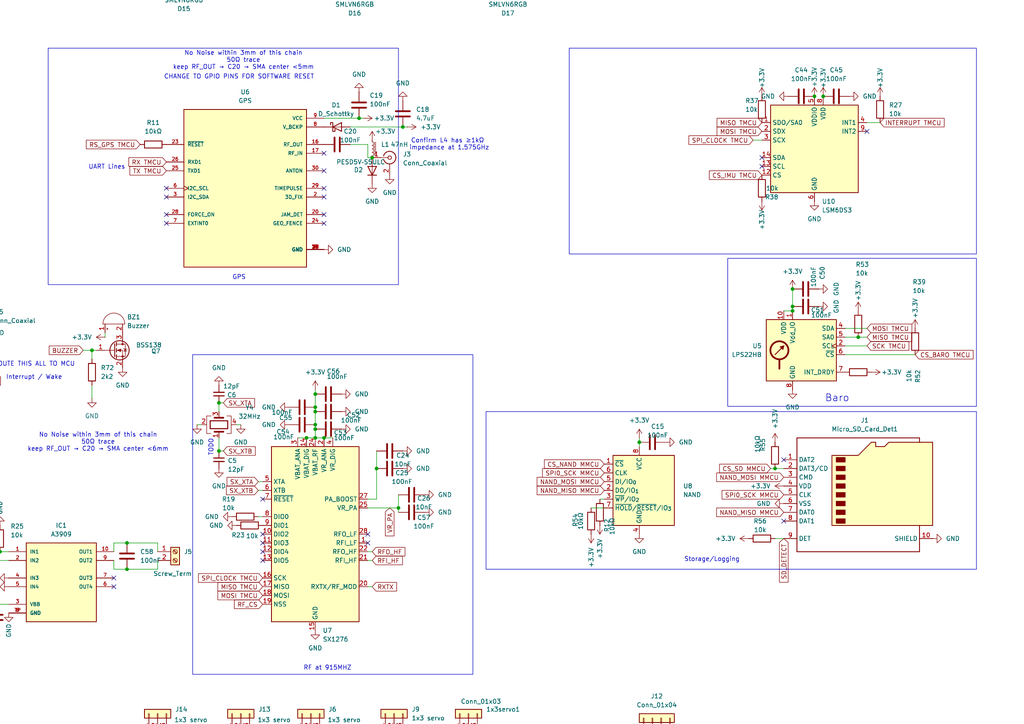
<source format=kicad_sch>
(kicad_sch (version 20250114) (generator "eeschema") (generator_version "9.0")
  (paper "A4")
  (rectangle (start 55.88 102.87) (end 137.16 195.58))
  (rectangle (start -176.53 160.02) (end -36.83 220.98))
  (rectangle (start 211.074 74.93) (end 283.21 117.856))
  (rectangle (start 140.97 119.38) (end 283.21 165.1))
  (rectangle (start 165.1 13.97) (end 283.21 73.66))
  (rectangle (start 13.97 13.97) (end 115.57 82.55))
  (text "Motor Dir" (at -17.018 162.814 0) (effects (font (size 1.27 1.27))))
  (text "RF Frontend\n" (at -169.164 163.068 0) (effects (font (size 1.27 1.27))))
  (text "TODO" (at 61.214 129.794 90) (effects (font (size 1.27 1.27))))
  (text "GPS" (at 69.342 80.518 0) (effects (font (size 1.27 1.27))))
  (text "UART Lines" (at 30.988 48.514 0) (effects (font (size 1.27 1.27))))
  (text "C4's ground connects to a low-impedance \nground plane with a via right at the pad." (at -52.832 65.024 0) (effects (font (size 1.27 1.27))))
  (text "Storage/Logging" (at 206.502 162.306 0) (effects (font (size 1.27 1.27))))
  (text "CHANGE TO GPIO PINS FOR SOFTWARE RESET" (at 69.342 22.352 0) (effects (font (size 1.27 1.27))))
  (text "ROUTE THIS ALL TO MCU" (at 9.906 105.664 0) (effects (font (size 1.27 1.27))))
  (text "Baro" (at 242.824 115.57 0) (effects (font (size 2.032 2.032))))
  (text "Confirm L4 has ≥1 kΩ \nimpedance at 1.575 GHz" (at 130.302 41.91 0) (effects (font (size 1.27 1.27))))
  (text "Interrupt / Wake" (at 9.906 109.474 0) (effects (font (size 1.27 1.27))))
  (text "No Noise within 3mm of this chain\n50 Ω trace\nkeep RF_OUT → C20 → SMA center < 6 mm" (at 28.448 128.27 0) (effects (font (size 1.27 1.27))))
  (text "RF at 915MHZ" (at 94.996 193.802 0) (effects (font (size 1.27 1.27))))
  (text "No Noise within 3mm of this chain\n50 Ω trace\nkeep RF_OUT → C20 → SMA center < 5 mm" (at 70.612 17.526 0) (effects (font (size 1.27 1.27))))
  (junction (at -83.82 90.17))
  (junction (at 224.79 135.89))
  (junction (at 238.76 27.94))
  (junction (at 38.1 278.13))
  (junction (at -63.5 194.31))
  (junction (at 63.5 116.84))
  (junction (at 26.67 101.6))
  (junction (at -128.27 184.15))
  (junction (at -27.94 104.14))
  (junction (at 248.92 97.79))
  (junction (at -158.75 205.74))
  (junction (at -25.4 134.62))
  (junction (at 135.89 -10.16))
  (junction (at -102.87 210.82))
  (junction (at 93.98 127))
  (junction (at 91.44 -15.24))
  (junction (at -86.36 184.15))
  (junction (at 229.87 88.9))
  (junction (at 41.91 -16.51))
  (junction (at 115.57 147.32))
  (junction (at 36.83 165.1))
  (junction (at -138.43 184.15))
  (junction (at 36.83 157.48))
  (junction (at -157.48 184.15))
  (junction (at 88.9 127))
  (junction (at 104.14 34.29))
  (junction (at 91.44 -10.16))
  (junction (at 229.87 83.82))
  (junction (at 91.44 123.19))
  (junction (at 135.89 -15.24))
  (junction (at 38.1 266.7))
  (junction (at -25.4 83.82))
  (junction (at -27.94 109.22))
  (junction (at 107.95 45.72))
  (junction (at 91.44 127))
  (junction (at -25.4 86.36))
  (junction (at 109.22 135.89))
  (junction (at 91.44 124.46))
  (junction (at 74.93 276.86))
  (junction (at -15.24 91.44))
  (junction (at -2.54 162.56))
  (junction (at 185.42 128.27))
  (junction (at 74.93 265.43))
  (junction (at 91.44 114.3))
  (junction (at 63.5 130.81))
  (junction (at 0 160.02))
  (junction (at 229.87 90.17))
  (junction (at -146.05 205.74))
  (junction (at 91.44 118.11))
  (junction (at -88.9 134.62))
  (junction (at -1.27 175.26))
  (junction (at -135.89 184.15))
  (junction (at 236.22 27.94))
  (junction (at 91.44 119.38))
  (junction (at 41.91 -11.43))
  (junction (at -73.66 194.31))
  (junction (at 116.84 36.83))
  (no_connect (at -83.82 109.22))
  (no_connect (at -83.82 124.46))
  (no_connect (at -27.94 124.46))
  (no_connect (at 76.2 154.94))
  (no_connect (at 93.98 44.45))
  (no_connect (at -83.82 86.36))
  (no_connect (at 106.68 157.48))
  (no_connect (at -83.82 99.06))
  (no_connect (at 76.2 144.78))
  (no_connect (at -83.82 127))
  (no_connect (at -83.82 121.92))
  (no_connect (at -83.82 111.76))
  (no_connect (at 76.2 160.02))
  (no_connect (at 227.33 151.13))
  (no_connect (at 48.26 64.77))
  (no_connect (at -83.82 81.28))
  (no_connect (at -27.94 132.08))
  (no_connect (at 220.98 48.26))
  (no_connect (at 93.98 54.61))
  (no_connect (at -83.82 104.14))
  (no_connect (at -83.82 83.82))
  (no_connect (at -83.82 93.98))
  (no_connect (at 220.98 45.72))
  (no_connect (at -27.94 111.76))
  (no_connect (at -83.82 101.6))
  (no_connect (at 227.33 133.35))
  (no_connect (at 48.26 62.23))
  (no_connect (at 33.02 167.64))
  (no_connect (at 106.68 154.94))
  (no_connect (at 93.98 49.53))
  (no_connect (at -27.94 129.54))
  (no_connect (at 93.98 57.15))
  (no_connect (at 93.98 64.77))
  (no_connect (at 33.02 170.18))
  (no_connect (at -83.82 129.54))
  (no_connect (at 48.26 57.15))
  (no_connect (at -83.82 116.84))
  (no_connect (at 93.98 62.23))
  (no_connect (at 76.2 162.56))
  (no_connect (at 76.2 157.48))
  (no_connect (at -83.82 96.52))
  (no_connect (at 48.26 54.61))
  (no_connect (at -83.82 106.68))
  (no_connect (at -83.82 132.08))
  (no_connect (at -83.82 119.38))
  (no_connect (at -27.94 127))
  (no_connect (at 251.46 38.1))
  (wire (pts (xy 106.68 45.72) (xy 107.95 45.72)))
  (wire (pts (xy 91.44 -15.24) (xy 91.44 -10.16)))
  (wire (pts (xy 67.31 265.43) (xy 74.93 265.43)))
  (wire (pts (xy -146.05 207.01) (xy -146.05 205.74)))
  (wire (pts (xy 185.42 127) (xy 185.42 128.27)))
  (wire (pts (xy 77.47 265.43) (xy 77.47 266.7)))
  (wire (pts (xy 106.68 147.32) (xy 115.57 147.32)))
  (wire (pts (xy 223.52 135.89) (xy 224.79 135.89)))
  (wire (pts (xy 101.6 36.83) (xy 116.84 36.83)))
  (wire (pts (xy -158.75 213.36) (xy -158.75 212.09)))
  (wire (pts (xy 71.12 276.86) (xy 67.31 280.67)))
  (wire (pts (xy 38.1 266.7) (xy 38.1 267.97)))
  (wire (pts (xy -102.87 204.47) (xy -102.87 210.82)))
  (wire (pts (xy 251.46 95.25) (xy 245.11 95.25)))
  (wire (pts (xy 57.15 123.19) (xy 58.42 123.19)))
  (wire (pts (xy 45.72 212.09) (xy 45.72 222.25)))
  (wire (pts (xy 224.79 156.21) (xy 227.33 156.21)))
  (wire (pts (xy 30.48 96.52) (xy 30.48 97.79)))
  (wire (pts (xy 74.93 139.7) (xy 76.2 139.7)))
  (wire (pts (xy -128.27 180.34) (xy -129.54 180.34)))
  (wire (pts (xy 106.68 45.72) (xy 106.68 41.91)))
  (wire (pts (xy -63.5 194.31) (xy -66.04 194.31)))
  (wire (pts (xy 105.41 34.29) (xy 104.14 34.29)))
  (wire (pts (xy 41.91 -16.51) (xy 41.91 -11.43)))
  (wire (pts (xy 229.87 88.9) (xy 229.87 90.17)))
  (wire (pts (xy -135.89 180.34) (xy -134.62 180.34)))
  (wire (pts (xy -83.82 90.17) (xy -83.82 88.9)))
  (wire (pts (xy -22.86 110.49) (xy -27.94 110.49)))
  (wire (pts (xy 26.67 101.6) (xy 27.94 101.6)))
  (wire (pts (xy -160.02 184.15) (xy -157.48 184.15)))
  (wire (pts (xy 41.91 -6.35) (xy 48.26 -6.35)))
  (wire (pts (xy 36.83 157.48) (xy 45.72 157.48)))
  (wire (pts (xy -27.94 88.9) (xy -25.4 88.9)))
  (wire (pts (xy 90.17 222.25) (xy 90.17 212.09)))
  (wire (pts (xy 255.27 35.56) (xy 251.46 35.56)))
  (wire (pts (xy -8.89 175.26) (xy -1.27 175.26)))
  (wire (pts (xy -73.66 200.66) (xy -73.66 199.39)))
  (wire (pts (xy 251.46 100.33) (xy 245.11 100.33)))
  (wire (pts (xy -63.5 194.31) (xy -49.53 194.31)))
  (wire (pts (xy 86.36 127) (xy 88.9 127)))
  (wire (pts (xy 97.79 -10.16) (xy 91.44 -10.16)))
  (wire (pts (xy -138.43 184.15) (xy -139.7 184.15)))
  (wire (pts (xy 91.44 118.11) (xy 91.44 119.38)))
  (wire (pts (xy 24.13 101.6) (xy 26.67 101.6)))
  (wire (pts (xy -86.36 189.23) (xy -90.17 189.23)))
  (wire (pts (xy -102.87 176.53) (xy -107.95 176.53)))
  (wire (pts (xy -27.94 81.28) (xy -25.4 81.28)))
  (wire (pts (xy 41.91 -20.32) (xy 41.91 -16.51)))
  (wire (pts (xy -128.27 184.15) (xy -129.54 184.15)))
  (wire (pts (xy -15.24 91.44) (xy -11.43 91.44)))
  (wire (pts (xy -63.5 200.66) (xy -63.5 199.39)))
  (wire (pts (xy 107.95 160.02) (xy 106.68 160.02)))
  (wire (pts (xy -135.89 184.15) (xy -138.43 184.15)))
  (wire (pts (xy 38.1 279.4) (xy 38.1 278.13)))
  (wire (pts (xy -27.94 86.36) (xy -25.4 86.36)))
  (wire (pts (xy 91.44 -10.16) (xy 91.44 -5.08)))
  (wire (pts (xy 41.91 -11.43) (xy 41.91 -6.35)))
  (wire (pts (xy -24.13 83.82) (xy -25.4 83.82)))
  (wire (pts (xy -86.36 180.34) (xy -86.36 184.15)))
  (wire (pts (xy -135.89 180.34) (xy -135.89 184.15)))
  (wire (pts (xy -2.54 162.56) (xy 2.54 162.56)))
  (wire (pts (xy -25.4 81.28) (xy -25.4 83.82)))
  (wire (pts (xy 74.93 276.86) (xy 71.12 276.86)))
  (wire (pts (xy 135.89 -10.16) (xy 135.89 -5.08)))
  (wire (pts (xy -27.94 101.6) (xy -19.05 101.6)))
  (wire (pts (xy -102.87 210.82) (xy -107.95 210.82)))
  (wire (pts (xy -27.94 104.14) (xy -27.94 105.41)))
  (wire (pts (xy 106.68 144.78) (xy 109.22 144.78)))
  (wire (pts (xy -73.66 184.15) (xy -77.47 184.15)))
  (wire (pts (xy 91.44 123.19) (xy 91.44 124.46)))
  (wire (pts (xy -146.05 213.36) (xy -146.05 212.09)))
  (wire (pts (xy 227.33 90.17) (xy 229.87 90.17)))
  (wire (pts (xy -128.27 184.15) (xy -115.57 184.15)))
  (wire (pts (xy -158.75 205.74) (xy -160.02 205.74)))
  (wire (pts (xy -25.4 83.82) (xy -25.4 86.36)))
  (wire (pts (xy 115.57 147.32) (xy 115.57 148.59)))
  (wire (pts (xy -81.28 194.31) (xy -90.17 194.31)))
  (wire (pts (xy 265.43 102.87) (xy 245.11 102.87)))
  (wire (pts (xy 171.45 147.32) (xy 175.26 147.32)))
  (wire (pts (xy 33.02 165.1) (xy 33.02 162.56)))
  (wire (pts (xy 91.44 113.03) (xy 91.44 114.3)))
  (wire (pts (xy -86.36 172.72) (xy -86.36 171.45)))
  (wire (pts (xy 107.95 170.18) (xy 106.68 170.18)))
  (wire (pts (xy 69.85 123.19) (xy 68.58 123.19)))
  (wire (pts (xy -95.25 134.62) (xy -88.9 134.62)))
  (wire (pts (xy 93.98 34.29) (xy 104.14 34.29)))
  (wire (pts (xy 69.85 222.25) (xy 69.85 212.09)))
  (wire (pts (xy -87.63 90.17) (xy -83.82 90.17)))
  (wire (pts (xy -1.27 175.26) (xy 2.54 175.26)))
  (wire (pts (xy -27.94 105.41) (xy -24.13 105.41)))
  (wire (pts (xy -138.43 190.5) (xy -138.43 189.23)))
  (wire (pts (xy 74.93 142.24) (xy 76.2 142.24)))
  (wire (pts (xy 109.22 135.89) (xy 109.22 144.78)))
  (wire (pts (xy 224.79 135.89) (xy 227.33 135.89)))
  (wire (pts (xy 218.44 40.64) (xy 220.98 40.64)))
  (wire (pts (xy -20.32 91.44) (xy -15.24 91.44)))
  (wire (pts (xy 107.95 162.56) (xy 106.68 162.56)))
  (wire (pts (xy 64.77 130.81) (xy 63.5 130.81)))
  (wire (pts (xy 36.83 165.1) (xy 45.72 165.1)))
  (wire (pts (xy -128.27 190.5) (xy -128.27 189.23)))
  (wire (pts (xy 173.99 144.78) (xy 175.26 144.78)))
  (wire (pts (xy 142.24 -15.24) (xy 135.89 -15.24)))
  (wire (pts (xy -151.13 184.15) (xy -157.48 184.15)))
  (wire (pts (xy 74.93 287.02) (xy 74.93 285.75)))
  (wire (pts (xy -88.9 134.62) (xy -83.82 134.62)))
  (wire (pts (xy 248.92 97.79) (xy 245.11 97.79)))
  (wire (pts (xy 40.64 266.7) (xy 40.64 267.97)))
  (wire (pts (xy -157.48 190.5) (xy -157.48 189.23)))
  (wire (pts (xy -25.4 134.62) (xy -27.94 134.62)))
  (wire (pts (xy -27.94 110.49) (xy -27.94 109.22)))
  (wire (pts (xy -157.48 176.53) (xy -157.48 177.8)))
  (wire (pts (xy -154.94 205.74) (xy -158.75 205.74)))
  (wire (pts (xy 26.67 111.76) (xy 26.67 115.57)))
  (wire (pts (xy 97.79 -15.24) (xy 91.44 -15.24)))
  (wire (pts (xy -128.27 180.34) (xy -128.27 184.15)))
  (wire (pts (xy -115.57 205.74) (xy -115.57 196.85)))
  (wire (pts (xy 88.9 127) (xy 91.44 127)))
  (wire (pts (xy 33.02 165.1) (xy 36.83 165.1)))
  (wire (pts (xy 30.48 266.7) (xy 38.1 266.7)))
  (wire (pts (xy 115.57 143.51) (xy 115.57 147.32)))
  (wire (pts (xy 91.44 -5.08) (xy 97.79 -5.08)))
  (wire (pts (xy 114.3 222.25) (xy 114.3 212.09)))
  (wire (pts (xy 91.44 -19.05) (xy 91.44 -15.24)))
  (wire (pts (xy -93.98 210.82) (xy -97.79 210.82)))
  (wire (pts (xy 185.42 128.27) (xy 185.42 129.54)))
  (wire (pts (xy 116.84 36.83) (xy 118.11 36.83)))
  (wire (pts (xy 93.98 127) (xy 96.52 127)))
  (wire (pts (xy -5.08 160.02) (xy 0 160.02)))
  (wire (pts (xy -86.36 184.15) (xy -86.36 189.23)))
  (wire (pts (xy 0 160.02) (xy 2.54 160.02)))
  (wire (pts (xy 26.67 101.6) (xy 26.67 104.14)))
  (wire (pts (xy -71.12 194.31) (xy -73.66 194.31)))
  (wire (pts (xy -157.48 182.88) (xy -157.48 184.15)))
  (wire (pts (xy 63.5 116.84) (xy 63.5 119.38)))
  (wire (pts (xy 38.1 278.13) (xy 34.29 278.13)))
  (wire (pts (xy -115.57 191.77) (xy -115.57 184.15)))
  (wire (pts (xy -5.08 162.56) (xy -2.54 162.56)))
  (wire (pts (xy 38.1 288.29) (xy 38.1 287.02)))
  (wire (pts (xy -149.86 205.74) (xy -146.05 205.74)))
  (wire (pts (xy -83.82 90.17) (xy -83.82 91.44)))
  (wire (pts (xy 229.87 83.82) (xy 229.87 88.9)))
  (wire (pts (xy -102.87 179.07) (xy -102.87 176.53)))
  (wire (pts (xy -133.35 205.74) (xy -115.57 205.74)))
  (wire (pts (xy 63.5 130.81) (xy 63.5 127)))
  (wire (pts (xy -27.94 83.82) (xy -25.4 83.82)))
  (wire (pts (xy -25.4 86.36) (xy -25.4 88.9)))
  (wire (pts (xy 45.72 157.48) (xy 45.72 160.02)))
  (wire (pts (xy 91.44 127) (xy 93.98 127)))
  (wire (pts (xy 74.93 278.13) (xy 74.93 276.86)))
  (wire (pts (xy -82.55 184.15) (xy -86.36 184.15)))
  (wire (pts (xy 135.89 -15.24) (xy 135.89 -10.16)))
  (wire (pts (xy 33.02 157.48) (xy 33.02 160.02)))
  (wire (pts (xy 135.89 222.25) (xy 135.89 212.09)))
  (wire (pts (xy 48.26 -11.43) (xy 41.91 -11.43)))
  (wire (pts (xy -144.78 184.15) (xy -146.05 184.15)))
  (wire (pts (xy 74.93 149.86) (xy 76.2 149.86)))
  (wire (pts (xy -135.89 184.15) (xy -134.62 184.15)))
  (wire (pts (xy 109.22 130.81) (xy 109.22 135.89)))
  (wire (pts (xy 48.26 -16.51) (xy 41.91 -16.51)))
  (wire (pts (xy 91.44 114.3) (xy 91.44 118.11)))
  (wire (pts (xy 106.68 41.91) (xy 101.6 41.91)))
  (wire (pts (xy 91.44 124.46) (xy 91.44 127)))
  (wire (pts (xy -10.16 110.49) (xy -15.24 110.49)))
  (wire (pts (xy 74.93 265.43) (xy 74.93 266.7)))
  (wire (pts (xy 34.29 278.13) (xy 30.48 281.94)))
  (wire (pts (xy -21.59 134.62) (xy -25.4 134.62)))
  (wire (pts (xy -158.75 207.01) (xy -158.75 205.74)))
  (wire (pts (xy 135.89 -5.08) (xy 142.24 -5.08)))
  (wire (pts (xy 33.02 157.48) (xy 36.83 157.48)))
  (wire (pts (xy 135.89 -19.05) (xy 135.89 -15.24)))
  (wire (pts (xy -138.43 205.74) (xy -146.05 205.74)))
  (wire (pts (xy 91.44 119.38) (xy 91.44 123.19)))
  (wire (pts (xy 64.77 116.84) (xy 63.5 116.84)))
  (wire (pts (xy 251.46 97.79) (xy 248.92 97.79)))
  (wire (pts (xy 45.72 165.1) (xy 45.72 162.56)))
  (wire (pts (xy 142.24 -10.16) (xy 135.89 -10.16)))
  (wire (pts (xy -73.66 194.31) (xy -76.2 194.31)))
  (global_label "I2C0_SDA" (shape input) (at -27.94 121.92 0) (property "Intersheetrefs" "${INTERSHEET_REFS}" (effects (hide yes))))
  (global_label "SPI0_SCK MMCU" (shape input) (at 175.26 137.16 180) (property "Intersheetrefs" "${INTERSHEET_REFS}" (effects (hide yes))))
  (global_label "RXTX" (shape input) (at 107.95 170.18 0) (property "Intersheetrefs" "${INTERSHEET_REFS}" (effects (hide yes))))
  (global_label "MOSI TMCU" (shape input) (at 76.2 172.72 180) (property "Intersheetrefs" "${INTERSHEET_REFS}" (effects (hide yes))))
  (global_label "3G" (shape input) (at 160.02 -10.16 0) (property "Intersheetrefs" "${INTERSHEET_REFS}" (effects (hide yes))))
  (global_label "CS_SD MMCU" (shape input) (at 223.52 135.89 180) (property "Intersheetrefs" "${INTERSHEET_REFS}" (effects (hide yes))))
  (global_label "RFO_HF" (shape input) (at -160.02 184.15 180) (property "Intersheetrefs" "${INTERSHEET_REFS}" (effects (hide yes))))
  (global_label "BGM_INT" (shape input) (at -10.16 110.49 0) (property "Intersheetrefs" "${INTERSHEET_REFS}" (effects (hide yes))))
  (global_label "2R" (shape input) (at 115.57 -15.24 0) (property "Intersheetrefs" "${INTERSHEET_REFS}" (effects (hide yes))))
  (global_label "RFI_HF" (shape input) (at 107.95 162.56 0) (property "Intersheetrefs" "${INTERSHEET_REFS}" (effects (hide yes))))
  (global_label "mosfet2_signalfire" (shape input) (at 82.55 279.4 270) (property "Intersheetrefs" "${INTERSHEET_REFS}" (effects (hide yes))))
  (global_label "2G" (shape input) (at 115.57 -10.16 0) (property "Intersheetrefs" "${INTERSHEET_REFS}" (effects (hide yes))))
  (global_label "BGM_CS" (shape input) (at -27.94 114.3 0) (property "Intersheetrefs" "${INTERSHEET_REFS}" (effects (hide yes))))
  (global_label "mosfet3_signal" (shape input) (at 97.79 234.95 270) (property "Intersheetrefs" "${INTERSHEET_REFS}" (effects (hide yes))))
  (global_label "PWM1" (shape input) (at -5.08 160.02 180) (property "Intersheetrefs" "${INTERSHEET_REFS}" (effects (hide yes))))
  (global_label "INTERRUPT TMCU" (shape input) (at 255.27 35.56 0) (property "Intersheetrefs" "${INTERSHEET_REFS}" (effects (hide yes))))
  (global_label "SPI_CLOCK TMCU" (shape input) (at 218.44 40.64 180) (property "Intersheetrefs" "${INTERSHEET_REFS}" (effects (hide yes))))
  (global_label "RX TMCU" (shape input) (at 48.26 46.99 180) (property "Intersheetrefs" "${INTERSHEET_REFS}" (effects (hide yes))))
  (global_label "2B" (shape input) (at 115.57 -5.08 0) (property "Intersheetrefs" "${INTERSHEET_REFS}" (effects (hide yes))))
  (global_label "SPI_CLOCK TMCU" (shape input) (at 76.2 167.64 180) (property "Intersheetrefs" "${INTERSHEET_REFS}" (effects (hide yes))))
  (global_label "MISO TMCU" (shape input) (at 76.2 170.18 180) (property "Intersheetrefs" "${INTERSHEET_REFS}" (effects (hide yes))))
  (global_label "SERVO1" (shape input) (at 43.18 212.09 270) (property "Intersheetrefs" "${INTERSHEET_REFS}" (effects (hide yes))))
  (global_label "3B" (shape input) (at 160.02 -5.08 0) (property "Intersheetrefs" "${INTERSHEET_REFS}" (effects (hide yes))))
  (global_label "CS_BARO TMCU" (shape input) (at 265.43 102.87 0) (property "Intersheetrefs" "${INTERSHEET_REFS}" (effects (hide yes))))
  (global_label "DIR1" (shape input) (at -5.08 162.56 180) (property "Intersheetrefs" "${INTERSHEET_REFS}" (effects (hide yes))))
  (global_label "mosfet2_signal" (shape input) (at 77.47 234.95 270) (property "Intersheetrefs" "${INTERSHEET_REFS}" (effects (hide yes))))
  (global_label "RS_GPS TMCU" (shape input) (at 40.64 41.91 180) (property "Intersheetrefs" "${INTERSHEET_REFS}" (effects (hide yes))))
  (global_label "BUZZER" (shape input) (at 24.13 101.6 180) (property "Intersheetrefs" "${INTERSHEET_REFS}" (effects (hide yes))))
  (global_label "SX_XTB" (shape input) (at 74.93 142.24 180) (property "Intersheetrefs" "${INTERSHEET_REFS}" (effects (hide yes))))
  (global_label "SERVO5" (shape input) (at 133.35 212.09 270) (property "Intersheetrefs" "${INTERSHEET_REFS}" (effects (hide yes))))
  (global_label "RFI_HF" (shape input) (at -160.02 205.74 180) (property "Intersheetrefs" "${INTERSHEET_REFS}" (effects (hide yes))))
  (global_label "VR_PA" (shape input) (at 113.03 147.32 270) (property "Intersheetrefs" "${INTERSHEET_REFS}" (effects (hide yes))))
  (global_label "NAND_MOSI MMCU" (shape input) (at 227.33 138.43 180) (property "Intersheetrefs" "${INTERSHEET_REFS}" (effects (hide yes))))
  (global_label "SWCLK DMCU-1" (shape input) (at -27.94 116.84 0) (property "Intersheetrefs" "${INTERSHEET_REFS}" (effects (hide yes))))
  (global_label "3R" (shape input) (at 160.02 -15.24 0) (property "Intersheetrefs" "${INTERSHEET_REFS}" (effects (hide yes))))
  (global_label "CS_NAND MMCU" (shape input) (at 175.26 134.62 180) (property "Intersheetrefs" "${INTERSHEET_REFS}" (effects (hide yes))))
  (global_label "MOSI TMCU" (shape input) (at 251.46 95.25 0) (property "Intersheetrefs" "${INTERSHEET_REFS}" (effects (hide yes))))
  (global_label "RF_CS" (shape input) (at 76.2 175.26 180) (property "Intersheetrefs" "${INTERSHEET_REFS}" (effects (hide yes))))
  (global_label "SERVO2" (shape input) (at 67.31 212.09 270) (property "Intersheetrefs" "${INTERSHEET_REFS}" (effects (hide yes))))
  (global_label "NAND_MISO MMCU" (shape input) (at 227.33 148.59 180) (property "Intersheetrefs" "${INTERSHEET_REFS}" (effects (hide yes))))
  (global_label "NAND_MOSI MMCU" (shape input) (at 175.26 139.7 180) (property "Intersheetrefs" "${INTERSHEET_REFS}" (effects (hide yes))))
  (global_label "SERVO3" (shape input) (at 87.63 212.09 270) (property "Intersheetrefs" "${INTERSHEET_REFS}" (effects (hide yes))))
  (global_label "SX_XTB" (shape input) (at 64.77 130.81 0) (property "Intersheetrefs" "${INTERSHEET_REFS}" (effects (hide yes))))
  (global_label "MISO TMCU" (shape input) (at 220.98 35.56 180) (property "Intersheetrefs" "${INTERSHEET_REFS}" (effects (hide yes))))
  (global_label "RFO_HF" (shape input) (at 107.95 160.02 0) (property "Intersheetrefs" "${INTERSHEET_REFS}" (effects (hide yes))))
  (global_label "SD_DETECT" (shape input) (at 227.33 156.21 270) (property "Intersheetrefs" "${INTERSHEET_REFS}" (effects (hide yes))))
  (global_label "BGM_RESET" (shape input) (at -16.51 105.41 0) (property "Intersheetrefs" "${INTERSHEET_REFS}" (effects (hide yes))))
  (global_label "CAM_RX" (shape input) (at 191.77 213.36 270) (property "Intersheetrefs" "${INTERSHEET_REFS}" (effects (hide yes))))
  (global_label "SERVO4" (shape input) (at 111.76 212.09 270) (property "Intersheetrefs" "${INTERSHEET_REFS}" (effects (hide yes))))
  (global_label "SX_XTA" (shape input) (at 74.93 139.7 180) (property "Intersheetrefs" "${INTERSHEET_REFS}" (effects (hide yes))))
  (global_label "SCK TMCU" (shape input) (at 251.46 100.33 0) (property "Intersheetrefs" "${INTERSHEET_REFS}" (effects (hide yes))))
  (global_label "NAND_MISO MMCU" (shape input) (at 175.26 142.24 180) (property "Intersheetrefs" "${INTERSHEET_REFS}" (effects (hide yes))))
  (global_label "SPI0_SCK MMCU" (shape input) (at 227.33 143.51 180) (property "Intersheetrefs" "${INTERSHEET_REFS}" (effects (hide yes))))
  (global_label "1B" (shape input) (at 66.04 -6.35 0) (property "Intersheetrefs" "${INTERSHEET_REFS}" (effects (hide yes))))
  (global_label "VR_PA" (shape input) (at -157.48 176.53 90) (property "Intersheetrefs" "${INTERSHEET_REFS}" (effects (hide yes))))
  (global_label "1G" (shape input) (at 66.04 -11.43 0) (property "Intersheetrefs" "${INTERSHEET_REFS}" (effects (hide yes))))
  (global_label "CS_IMU TMCU" (shape input) (at 220.98 50.8 180) (property "Intersheetrefs" "${INTERSHEET_REFS}" (effects (hide yes))))
  (global_label "I2C0_SCL" (shape input) (at -27.94 119.38 0) (property "Intersheetrefs" "${INTERSHEET_REFS}" (effects (hide yes))))
  (global_label "mosfet4_signal" (shape input) (at 121.92 234.95 270) (property "Intersheetrefs" "${INTERSHEET_REFS}" (effects (hide yes))))
  (global_label "TX TMCU" (shape input) (at 48.26 49.53 180) (property "Intersheetrefs" "${INTERSHEET_REFS}" (effects (hide yes))))
  (global_label "CAM_TX" (shape input) (at 194.31 213.36 270) (property "Intersheetrefs" "${INTERSHEET_REFS}" (effects (hide yes))))
  (global_label "mosfet1_signalfire" (shape input) (at 45.72 280.67 270) (property "Intersheetrefs" "${INTERSHEET_REFS}" (effects (hide yes))))
  (global_label "mosfet1_signal" (shape input) (at 53.34 234.95 270) (property "Intersheetrefs" "${INTERSHEET_REFS}" (effects (hide yes))))
  (global_label "MOSI TMCU" (shape input) (at 220.98 38.1 180) (property "Intersheetrefs" "${INTERSHEET_REFS}" (effects (hide yes))))
  (global_label "SX_XTA" (shape input) (at 64.77 116.84 0) (property "Intersheetrefs" "${INTERSHEET_REFS}" (effects (hide yes))))
  (global_label "mosfet5_signal" (shape input) (at 143.51 234.95 270) (property "Intersheetrefs" "${INTERSHEET_REFS}" (effects (hide yes))))
  (global_label "1R" (shape input) (at 66.04 -16.51 0) (property "Intersheetrefs" "${INTERSHEET_REFS}" (effects (hide yes))))
  (global_label "MISO TMCU" (shape input) (at 251.46 97.79 0) (property "Intersheetrefs" "${INTERSHEET_REFS}" (effects (hide yes))))
  (global_label "RXTX" (shape input) (at -86.36 171.45 90) (property "Intersheetrefs" "${INTERSHEET_REFS}" (effects (hide yes))))
  (symbol (lib_id "Connector:Conn_Coaxial") (at -6.35 91.44 0) (unit 1)
    (property "Reference" "J25" (at -2.54 90.4631 0) (effects (justify left)))
    (property "Value" "Conn_Coaxial" (at -2.54 93.0031 0) (effects (justify left)))
    (property "Footprint" "SMA_CONNECTOR:LPRS_SMA_CONNECTOR" (effects (hide yes)))
    (property "Description" "coaxial connector (BNC, SMA, SMB, SMC, Cinch/RCA, LEMO, ...)" (effects (hide yes)))
  )
  (symbol (lib_id "power:+3.3V") (at -27.94 104.14 270) (unit 1)
    (property "Reference" "#PWR018" (effects (hide yes)))
    (property "Value" "+3.3V" (at -29.21 102.362 90) (effects (justify left)))
    (property "Description" "Power symbol creates a global label with name \"+3.3V\"" (effects (hide yes)))
  )
  (symbol (lib_id "power:GND") (at 227.33 146.05 270) (unit 1)
    (property "Reference" "#PWR068" (effects (hide yes)))
    (property "Value" "GND" (at 223.52 146.0499 90) (effects (justify right)))
    (property "Description" "Power symbol creates a global label with name \"GND\" , ground" (effects (hide yes)))
  )
  (symbol (lib_id "Device:C") (at 119.38 143.51 90) (unit 1)
    (property "Reference" "C26" (at 122.936 144.526 90))
    (property "Value" "10nF" (at 122.936 147.066 90))
    (property "Footprint" "Capacitor_SMD:C_0603_1608Metric" (effects (hide yes)))
    (property "Description" "Unpolarized capacitor" (effects (hide yes)))
  )
  (symbol (lib_id "power:GND") (at 35.56 106.68 0) (unit 1)
    (property "Reference" "#PWR0121" (effects (hide yes)))
    (property "Value" "GND" (at 35.56 111.76 0))
    (property "Description" "Power symbol creates a global label with name \"GND\" , ground" (effects (hide yes)))
  )
  (symbol (lib_id "RF:SX1276") (at 91.44 154.94 0) (unit 1)
    (property "Reference" "U7" (at 93.5833 182.88 0) (effects (justify left)))
    (property "Value" "SX1276" (at 93.5833 185.42 0) (effects (justify left)))
    (property "Footprint" "Package_DFN_QFN:QFN-28-1EP_6x6mm_P0.65mm_EP4.8x4.8mm" (effects (hide yes)))
    (property "Datasheet" "https://semtech.my.salesforce.com/sfc/p/#E0000000JelG/a/2R0000001Rbr/6EfVZUorrpoKFfvaF_Fkpgp5kzjiNyiAbqcpqh9qSjE" (effects (hide yes)))
    (property "Description" "137 MHz to 1020 MHz Low Power Long Range Transceiver, spreading factor from 6 to 12, LoRA, QFN-28" (effects (hide yes)))
  )
  (symbol (lib_id "Device:R") (at -20.32 105.41 90) (unit 1)
    (property "Reference" "R1" (at -20.32 102.87 90))
    (property "Value" "10 kΩ" (at -20.32 105.41 90))
    (property "Footprint" "Resistor_SMD:R_0603_1608Metric" (effects (hide yes)))
    (property "Description" "Resistor" (effects (hide yes)))
  )
  (symbol (lib_id "power:GND") (at 270.51 156.21 90) (unit 1)
    (property "Reference" "#PWR069" (effects (hide yes)))
    (property "Value" "GND" (at 274.32 156.2099 90) (effects (justify right)))
    (property "Description" "Power symbol creates a global label with name \"GND\" , ground" (effects (hide yes)))
  )
  (symbol (lib_id "power:GND") (at -158.75 213.36 0) (unit 1)
    (property "Reference" "#PWR0152" (effects (hide yes)))
    (property "Value" "GND" (at -156.972 217.17 0) (effects (justify right)))
    (property "Description" "Power symbol creates a global label with name \"GND\" , ground" (effects (hide yes)))
  )
  (symbol (lib_id "Device:C") (at -25.4 138.43 180) (unit 1)
    (property "Reference" "C2" (at -20.32 137.1599 0) (effects (justify right)))
    (property "Value" "100 nF" (at -20.32 139.6999 0) (effects (justify right)))
    (property "Footprint" "Capacitor_SMD:C_0603_1608Metric" (effects (hide yes)))
    (property "Description" "Unpolarized capacitor" (effects (hide yes)))
  )
  (symbol (lib_id "Device:L") (at -24.13 91.44 90) (unit 1)
    (property "Reference" "L3" (at -21.844 86.868 90))
    (property "Value" "3.9 nH" (at -21.844 89.408 90))
    (property "Footprint" "Inductor_SMD:L_0603_1608Metric" (effects (hide yes)))
    (property "Description" "Inductor" (effects (hide yes)))
  )
  (symbol (lib_id "power:+3.3V") (at 248.92 90.17 0) (unit 1)
    (property "Reference" "#PWR0114" (effects (hide yes)))
    (property "Value" "+3.3V" (at 248.92 84.328 90))
    (property "Description" "Power symbol creates a global label with name \"+3.3V\"" (effects (hide yes)))
  )
  (symbol (lib_id "power:GND") (at 2.54 177.8 0) (unit 1)
    (property "Reference" "#PWR082" (effects (hide yes)))
    (property "Value" "GND" (at 2.54 180.848 90) (effects (justify right)))
    (property "Description" "Power symbol creates a global label with name \"GND\" , ground" (effects (hide yes)))
  )
  (symbol (lib_id "power:GND") (at 135.89 -19.05 180) (unit 1)
    (property "Reference" "#PWR0221" (effects (hide yes)))
    (property "Value" "GND" (at 135.89 -24.13 0))
    (property "Description" "Power symbol creates a global label with name \"GND\" , ground" (effects (hide yes)))
  )
  (symbol (lib_id "power:GND") (at -25.4 142.24 0) (unit 1)
    (property "Reference" "#PWR05" (effects (hide yes)))
    (property "Value" "GND" (at -25.4 147.32 0))
    (property "Description" "Power symbol creates a global label with name \"GND\" , ground" (effects (hide yes)))
  )
  (symbol (lib_id "power:GND") (at 138.43 212.09 0) (unit 1)
    (property "Reference" "#PWR0117" (effects (hide yes)))
    (property "Value" "GND" (at 138.4301 215.9 90) (effects (justify right)))
    (property "Description" "Power symbol creates a global label with name \"GND\" , ground" (effects (hide yes)))
  )
  (symbol (lib_id "Device:LED") (at 67.31 269.24 270) (unit 1)
    (property "Reference" "D4" (at 62.23 267.716 90) (effects (justify left)))
    (property "Value" "LED" (at 61.214 269.494 90) (effects (justify left)))
    (property "Footprint" "LED_SMD:LED_0603_1608Metric" (effects (hide yes)))
    (property "Description" "Light emitting diode" (effects (hide yes)))
    (property "Sim.Pins" "1=K 2=A" (effects (hide yes)))
  )
  (symbol (lib_id "power:GND") (at 67.31 149.86 270) (unit 1)
    (property "Reference" "#PWR075" (effects (hide yes)))
    (property "Value" "GND" (at 63.5 149.8599 90) (effects (justify right)))
    (property "Description" "Power symbol creates a global label with name \"GND\" , ground" (effects (hide yes)))
  )
  (symbol (lib_id "power:+5V") (at -8.89 175.26 90) (unit 1)
    (property "Reference" "#PWR081" (effects (hide yes)))
    (property "Value" "+5V" (at -12.7 175.2599 90) (effects (justify left)))
    (property "Description" "Power symbol creates a global label with name \"+5V\"" (effects (hide yes)))
  )
  (symbol (lib_id "power:GND") (at 107.95 53.34 0) (unit 1)
    (property "Reference" "#PWR076" (effects (hide yes)))
    (property "Value" "GND" (at 107.95 58.42 0))
    (property "Description" "Power symbol creates a global label with name \"GND\" , ground" (effects (hide yes)))
  )
  (symbol (lib_id "Device:R") (at -2.54 158.75 0) (unit 1)
    (property "Reference" "R24" (at -9.144 155.194 0) (effects (justify left)))
    (property "Value" "10k" (at -9.144 157.734 0) (effects (justify left)))
    (property "Footprint" "Resistor_SMD:R_0603_1608Metric" (effects (hide yes)))
    (property "Description" "Resistor" (effects (hide yes)))
  )
  (symbol (lib_id "power:GND") (at 2.54 170.18 270) (unit 1)
    (property "Reference" "#PWR0161" (effects (hide yes)))
    (property "Value" "GND" (at 0 170.1799 90) (effects (justify right)))
    (property "Description" "Power symbol creates a global label with name \"GND\" , ground" (effects (hide yes)))
  )
  (symbol (lib_id "Device:C") (at 242.57 27.94 270) (unit 1)
    (property "Reference" "C45" (at 242.57 20.32 90))
    (property "Value" "100nF" (at 242.57 22.86 90))
    (property "Footprint" "Capacitor_SMD:C_0603_1608Metric" (effects (hide yes)))
    (property "Description" "Unpolarized capacitor" (effects (hide yes)))
  )
  (symbol (lib_id "Device:C_Small") (at -146.05 209.55 0) (unit 1)
    (property "Reference" "C41" (at -142.24 208.2862 0) (effects (justify left)))
    (property "Value" "2.7 pF" (at -142.24 210.8262 0) (effects (justify left)))
    (property "Footprint" "Capacitor_SMD:C_0603_1608Metric" (effects (hide yes)))
    (property "Description" "Unpolarized capacitor, small symbol" (effects (hide yes)))
  )
  (symbol (lib_id "Device:Buzzer") (at 33.02 93.98 90) (unit 1)
    (property "Reference" "BZ1" (at 36.83 91.9548 90) (effects (justify right)))
    (property "Value" "Buzzer" (at 36.83 94.4948 90) (effects (justify right)))
    (property "Footprint" "Buzzer_Beeper:MagneticBuzzer_PUI_AT-0927-TT-6-R" (effects (hide yes)))
    (property "Description" "Buzzer, polarized" (effects (hide yes)))
  )
  (symbol (lib_id "Transistor_FET:IRLML6402") (at 77.47 271.78 180) (unit 1)
    (property "Reference" "Q9" (at 71.12 270.5099 0) (effects (justify left)))
    (property "Value" "IRLML6402" (at 71.12 273.0499 0) (effects (justify left)))
    (property "Footprint" "Package_TO_SOT_SMD:SOT-23" (effects (hide yes)))
    (property "Datasheet" "https://www.infineon.com/dgdl/irlml6402pbf.pdf?fileId=5546d462533600a401535668d5c2263c" (effects (hide yes)))
    (property "Description" "-3.7A Id, -20V Vds, 65mOhm Rds, P-Channel HEXFET Power MOSFET, SOT-23" (effects (hide yes)))
  )
  (symbol (lib_id "power:+3.3V") (at 224.79 128.27 0) (unit 1)
    (property "Reference" "#PWR0128" (effects (hide yes)))
    (property "Value" "+3.3V" (at 224.7901 124.46 90) (effects (justify left)))
    (property "Description" "Power symbol creates a global label with name \"+3.3V\"" (effects (hide yes)))
  )
  (symbol (lib_id "power:GND") (at 123.19 148.59 90) (unit 1)
    (property "Reference" "#PWR0159" (effects (hide yes)))
    (property "Value" "GND" (at 127 148.5899 90) (effects (justify right)))
    (property "Description" "Power symbol creates a global label with name \"GND\" , ground" (effects (hide yes)))
  )
  (symbol (lib_id "Device:C_Small") (at -73.66 196.85 180) (unit 1)
    (property "Reference" "C59" (at -71.12 196.596 0) (effects (justify right)))
    (property "Value" "2.2 pF" (at -71.12 199.136 0) (effects (justify right)))
    (property "Footprint" "Capacitor_SMD:C_0603_1608Metric" (effects (hide yes)))
    (property "Description" "Unpolarized capacitor, small symbol" (effects (hide yes)))
  )
  (symbol (lib_id "power:GND") (at -87.63 90.17 270) (unit 1)
    (property "Reference" "#PWR015" (effects (hide yes)))
    (property "Value" "GND" (at -90.17 90.1699 90) (effects (justify right)))
    (property "Description" "Power symbol creates a global label with name \"GND\" , ground" (effects (hide yes)))
  )
  (symbol (lib_id "Device:L_Small") (at -152.4 205.74 90) (unit 1)
    (property "Reference" "L8" (at -152.4 200.66 90))
    (property "Value" "6.8 nH" (at -152.4 203.2 90))
    (property "Footprint" "Inductor_SMD:L_0603_1608Metric" (effects (hide yes)))
    (property "Description" "Inductor, small symbol" (effects (hide yes)))
  )
  (symbol (lib_id "Device:C") (at 113.03 130.81 90) (unit 1)
    (property "Reference" "C24" (at 116.84 132.08 90))
    (property "Value" "10nF" (at 116.84 134.62 90))
    (property "Footprint" "Capacitor_SMD:C_0603_1608Metric" (effects (hide yes)))
    (property "Description" "Unpolarized capacitor" (effects (hide yes)))
  )
  (symbol (lib_id "Device:D") (at 107.95 49.53 90) (unit 1)
    (property "Reference" "D2" (at 102.616 49.276 90) (effects (justify right)))
    (property "Value" "PESD5V‑S5ULC" (at 97.536 46.99 90) (effects (justify right)))
    (property "Footprint" "Diode_SMD:D_0603_1608Metric" (effects (hide yes)))
    (property "Description" "Diode" (effects (hide yes)))
    (property "Sim.Device" "D" (effects (hide yes)))
    (property "Sim.Pins" "1=K 2=A" (effects (hide yes)))
  )
  (symbol (lib_id "power:GND") (at -2.54 154.94 180) (unit 1)
    (property "Reference" "#PWR084" (effects (hide yes)))
    (property "Value" "GND" (at -2.54 151.892 90) (effects (justify right)))
    (property "Description" "Power symbol creates a global label with name \"GND\" , ground" (effects (hide yes)))
  )
  (symbol (lib_id "power:GND") (at 57.15 123.19 0) (unit 1)
    (property "Reference" "#PWR0237" (effects (hide yes)))
    (property "Value" "GND" (at 57.15 128.27 0))
    (property "Description" "Power symbol creates a global label with name \"GND\" , ground" (effects (hide yes)))
  )
  (symbol (lib_id "power:GND") (at -49.53 199.39 0) (unit 1)
    (property "Reference" "#PWR080" (effects (hide yes)))
    (property "Value" "GND" (at -49.53 204.47 0))
    (property "Description" "Power symbol creates a global label with name \"GND\" , ground" (effects (hide yes)))
  )
  (symbol (lib_id "Connector_Generic:Conn_01x04") (at 189.23 208.28 90) (unit 1)
    (property "Reference" "J12" (at 190.5 201.93 90))
    (property "Value" "Conn_01x04" (at 190.5 204.47 90))
    (property "Footprint" "Connector_PinHeader_2.54mm:PinHeader_1x04_P2.54mm_Vertical" (effects (hide yes)))
    (property "Description" "Generic connector, single row, 01x04, script generated (kicad-library-utils/schlib/autogen/connector/)" (effects (hide yes)))
  )
  (symbol (lib_id "power:GND") (at 48.26 267.97 90) (unit 1)
    (property "Reference" "#PWR0176" (effects (hide yes)))
    (property "Value" "GND" (at 53.34 267.9699 90) (effects (justify right)))
    (property "Description" "Power symbol creates a global label with name \"GND\" , ground" (effects (hide yes)))
  )
  (symbol (lib_id "Transistor_FET:IRLML6402") (at 48.26 227.33 180) (unit 1)
    (property "Reference" "Q1" (at 41.91 226.0599 0) (effects (justify left)))
    (property "Value" "IRLML6402" (at 41.91 228.5999 0) (effects (justify left)))
    (property "Footprint" "Package_TO_SOT_SMD:SOT-23" (effects (hide yes)))
    (property "Datasheet" "https://www.infineon.com/dgdl/irlml6402pbf.pdf?fileId=5546d462533600a401535668d5c2263c" (effects (hide yes)))
    (property "Description" "-3.7A Id, -20V Vds, 65mOhm Rds, P-Channel HEXFET Power MOSFET, SOT-23" (effects (hide yes)))
  )
  (symbol (lib_id "LED:SMLVN6RGB") (at 102.87 -10.16 180) (unit 1)
    (property "Reference" "D16" (at 102.87 3.81 0))
    (property "Value" "SMLVN6RGB" (at 102.87 1.27 0))
    (property "Footprint" "LED_SMD:LED_ROHM_SMLVN6" (effects (hide yes)))
    (property "Datasheet" "https://www.rohm.com/datasheet/SMLVN6RGB1U" (effects (hide yes)))
    (property "Description" "High Brightness Tri-Color LED, RGB, 3.5x2.8mm" (effects (hide yes)))
  )
  (symbol (lib_id "power:+3.3V") (at 265.43 95.25 0) (unit 1)
    (property "Reference" "#PWR0112" (effects (hide yes)))
    (property "Value" "+3.3V" (at 265.43 89.408 90))
    (property "Description" "Power symbol creates a global label with name \"+3.3V\"" (effects (hide yes)))
  )
  (symbol (lib_id "Device:R") (at 62.23 -11.43 270) (unit 1)
    (property "Reference" "R88" (at 62.23 -11.43 90))
    (property "Value" "220" (at 62.23 -13.97 90))
    (property "Footprint" "Resistor_SMD:R_0603_1608Metric" (effects (hide yes)))
    (property "Description" "Resistor" (effects (hide yes)))
  )
  (symbol (lib_id "Connector:Screw_Terminal_01x02") (at 74.93 260.35 90) (unit 1)
    (property "Reference" "J20" (at 66.04 254.254 90) (effects (justify right)))
    (property "Value" "Screw_Terminal_01x02" (at 66.04 256.794 90) (effects (justify right)))
    (property "Footprint" "TerminalBlock_Phoenix:TerminalBlock_Phoenix_MPT-0,5-2-2.54_1x02_P2.54mm_Horizontal" (effects (hide yes)))
    (property "Description" "Generic screw terminal, single row, 01x02, script generated (kicad-library-utils/schlib/autogen/connector/)" (effects (hide yes)))
  )
  (symbol (lib_id "power:+3.3V") (at 171.45 154.94 180) (unit 1)
    (property "Reference" "#PWR0127" (effects (hide yes)))
    (property "Value" "+3.3V" (at 171.4499 158.75 90) (effects (justify left)))
    (property "Description" "Power symbol creates a global label with name \"+3.3V\"" (effects (hide yes)))
  )
  (symbol (lib_id "Device:C") (at 87.63 118.11 90) (unit 1)
    (property "Reference" "C55" (at 84.836 121.158 90) (effects (justify left)))
    (property "Value" "100nF" (at 84.836 119.634 90) (effects (justify left)))
    (property "Footprint" "Capacitor_SMD:C_0603_1608Metric" (effects (hide yes)))
    (property "Description" "Unpolarized capacitor" (effects (hide yes)))
  )
  (symbol (lib_id "Device:D_Schottky") (at 97.79 36.83 0) (unit 1)
    (property "Reference" "D1" (at 97.4725 30.48 0))
    (property "Value" "D_Schottky" (at 97.4725 33.02 0))
    (property "Footprint" "Diode_SMD:D_0603_1608Metric" (effects (hide yes)))
    (property "Description" "Schottky diode" (effects (hide yes)))
  )
  (symbol (lib_id "power:+3.3V") (at 255.27 27.94 0) (unit 1)
    (property "Reference" "#PWR093" (effects (hide yes)))
    (property "Value" "+3.3V" (at 255.27 22.606 90))
    (property "Description" "Power symbol creates a global label with name \"+3.3V\"" (effects (hide yes)))
  )
  (symbol (lib_id "Device:C") (at -1.27 179.07 180) (unit 1)
    (property "Reference" "C23" (at -7.112 180.848 90))
    (property "Value" "100 nF" (at -4.826 181.864 90))
    (property "Footprint" "Capacitor_SMD:C_0603_1608Metric" (effects (hide yes)))
    (property "Description" "Unpolarized capacitor" (effects (hide yes)))
  )
  (symbol (lib_id "Device:C_Small") (at -158.75 209.55 0) (unit 1)
    (property "Reference" "C13" (at -154.94 208.2862 0) (effects (justify left)))
    (property "Value" "2.2 pF" (at -154.94 210.8262 0) (effects (justify left)))
    (property "Footprint" "Capacitor_SMD:C_0603_1608Metric" (effects (hide yes)))
    (property "Description" "Unpolarized capacitor, small symbol" (effects (hide yes)))
  )
  (symbol (lib_id "Device:R") (at 71.12 149.86 90) (unit 1)
    (property "Reference" "R19" (at 66.294 144.78 90))
    (property "Value" "10k" (at 66.294 147.32 90))
    (property "Footprint" "Resistor_SMD:R_0603_1608Metric" (effects (hide yes)))
    (property "Description" "Resistor" (effects (hide yes)))
  )
  (symbol (lib_id "power:GND") (at 246.38 27.94 90) (unit 1)
    (property "Reference" "#PWR091" (effects (hide yes)))
    (property "Value" "GND" (at 250.19 27.9399 90) (effects (justify right)))
    (property "Description" "Power symbol creates a global label with name \"GND\" , ground" (effects (hide yes)))
  )
  (symbol (lib_id "Connector:Conn_Coaxial") (at 113.03 45.72 0) (unit 1)
    (property "Reference" "J3" (at 116.84 44.7431 0) (effects (justify left)))
    (property "Value" "Conn_Coaxial" (at 116.84 47.2831 0) (effects (justify left)))
    (property "Footprint" "SMA_CONNECTOR:LPRS_SMA_CONNECTOR" (effects (hide yes)))
    (property "Description" "coaxial connector (BNC, SMA, SMB, SMC, Cinch/RCA, LEMO, ...)" (effects (hide yes)))
  )
  (symbol (lib_id "Device:C") (at 36.83 161.29 0) (unit 1)
    (property "Reference" "C58" (at 40.64 160.0199 0) (effects (justify left)))
    (property "Value" "100nF" (at 40.64 162.5599 0) (effects (justify left)))
    (property "Footprint" "Capacitor_SMD:C_0603_1608Metric" (effects (hide yes)))
    (property "Description" "Unpolarized capacitor" (effects (hide yes)))
  )
  (symbol (lib_id "Device:C_Small") (at -157.48 186.69 0) (unit 1)
    (property "Reference" "C7" (at -153.67 185.4262 0) (effects (justify left)))
    (property "Value" "2.2 pF" (at -153.67 187.9662 0) (effects (justify left)))
    (property "Footprint" "Capacitor_SMD:C_0603_1608Metric" (effects (hide yes)))
    (property "Description" "Unpolarized capacitor, small symbol" (effects (hide yes)))
  )
  (symbol (lib_id "Device:R") (at -86.36 176.53 0) (unit 1)
    (property "Reference" "R13" (at -84.328 172.72 0) (effects (justify left)))
    (property "Value" "1k" (at -84.328 175.26 0) (effects (justify left)))
    (property "Footprint" "Resistor_SMD:R_0603_1608Metric" (effects (hide yes)))
    (property "Description" "Resistor" (effects (hide yes)))
  )
  (symbol (lib_id "Device:C_Small") (at -148.59 184.15 90) (unit 1)
    (property "Reference" "C8" (at -148.5837 177.8 90))
    (property "Value" "1.5 pF" (at -148.5837 180.34 90))
    (property "Footprint" "Capacitor_SMD:C_0603_1608Metric" (effects (hide yes)))
    (property "Description" "Unpolarized capacitor, small symbol" (effects (hide yes)))
  )
  (symbol (lib_id "power:GND") (at 85.09 266.7 90) (unit 1)
    (property "Reference" "#PWR0178" (effects (hide yes)))
    (property "Value" "GND" (at 90.17 266.6999 90) (effects (justify right)))
    (property "Description" "Power symbol creates a global label with name \"GND\" , ground" (effects (hide yes)))
  )
  (symbol (lib_id "Device:L_Ferrite_Small") (at 107.95 43.18 0) (unit 1)
    (property "Reference" "L1" (at 110.49 41.9099 0) (effects (justify left)))
    (property "Value" "47 nH" (at 113.284 41.91 0) (effects (justify left)))
    (property "Footprint" "Inductor_SMD:L_0603_1608Metric" (effects (hide yes)))
    (property "Description" "Inductor with ferrite core, small symbol" (effects (hide yes)))
  )
  (symbol (lib_id "power:GND") (at 116.84 135.89 90) (unit 1)
    (property "Reference" "#PWR0157" (effects (hide yes)))
    (property "Value" "GND" (at 120.65 135.8899 90) (effects (justify right)))
    (property "Description" "Power symbol creates a global label with name \"GND\" , ground" (effects (hide yes)))
  )
  (symbol (lib_id "power:GND") (at 63.5 111.76 180) (unit 1)
    (property "Reference" "#PWR0148" (effects (hide yes)))
    (property "Value" "GND" (at 63.5 106.68 0))
    (property "Description" "Power symbol creates a global label with name \"GND\" , ground" (effects (hide yes)))
  )
  (symbol (lib_id "power:GND") (at 93.98 72.39 90) (unit 1)
    (property "Reference" "#PWR060" (effects (hide yes)))
    (property "Value" "GND" (at 97.79 72.3899 90) (effects (justify right)))
    (property "Description" "Power symbol creates a global label with name \"GND\" , ground" (effects (hide yes)))
  )
  (symbol (lib_id "power:+3.3V") (at 217.17 156.21 90) (unit 1)
    (property "Reference" "#PWR0129" (effects (hide yes)))
    (property "Value" "+3.3V" (at 213.36 156.2099 90) (effects (justify left)))
    (property "Description" "Power symbol creates a global label with name \"+3.3V\"" (effects (hide yes)))
  )
  (symbol (lib_id "power:+3.3V") (at 229.87 83.82 0) (unit 1)
    (property "Reference" "#PWR063" (effects (hide yes)))
    (property "Value" "+3.3V" (at 229.87 78.74 0))
    (property "Description" "Power symbol creates a global label with name \"+3.3V\"" (effects (hide yes)))
  )
  (symbol (lib_id "power:GND") (at 104.14 26.67 180) (unit 1)
    (property "Reference" "#PWR074" (effects (hide yes)))
    (property "Value" "GND" (at 104.14 21.59 0))
    (property "Description" "Power symbol creates a global label with name \"GND\" , ground" (effects (hide yes)))
  )
  (symbol (lib_id "power:GND") (at 116.84 130.81 90) (unit 1)
    (property "Reference" "#PWR0156" (effects (hide yes)))
    (property "Value" "GND" (at 120.65 130.8099 90) (effects (justify right)))
    (property "Description" "Power symbol creates a global label with name \"GND\" , ground" (effects (hide yes)))
  )
  (symbol (lib_id "Device:R") (at 74.93 281.94 180) (unit 1)
    (property "Reference" "R80" (at 77.216 280.67 0) (effects (justify right)))
    (property "Value" "10k" (at 77.216 283.21 0) (effects (justify right)))
    (property "Footprint" "Resistor_SMD:R_0603_1608Metric" (effects (hide yes)))
    (property "Description" "Resistor" (effects (hide yes)))
  )
  (symbol (lib_id "power:GND") (at -73.66 184.15 0) (unit 1)
    (property "Reference" "#PWR0234" (effects (hide yes)))
    (property "Value" "GND" (at -71.882 187.96 0) (effects (justify right)))
    (property "Description" "Power symbol creates a global label with name \"GND\" , ground" (effects (hide yes)))
  )
  (symbol (lib_id "Device:R") (at 72.39 152.4 90) (unit 1)
    (property "Reference" "R23" (at 69.088 155.194 90))
    (property "Value" "10k" (at 73.152 155.448 90))
    (property "Footprint" "Resistor_SMD:R_0603_1608Metric" (effects (hide yes)))
    (property "Description" "Resistor" (effects (hide yes)))
  )
  (symbol (lib_id "Device:R") (at 62.23 -6.35 270) (unit 1)
    (property "Reference" "R87" (at 62.23 -6.604 90))
    (property "Value" "220" (at 62.23 -8.636 90))
    (property "Footprint" "Resistor_SMD:R_0603_1608Metric" (effects (hide yes)))
    (property "Description" "Resistor" (effects (hide yes)))
  )
  (symbol (lib_id "Memory_Flash:W25Q128JVS") (at 185.42 142.24 0) (unit 1)
    (property "Reference" "U8" (at 198.12 140.9699 0) (effects (justify left)))
    (property "Value" "NAND" (at 198.12 143.5099 0) (effects (justify left)))
    (property "Footprint" "Package_SO:SOIC-8_5.3x5.3mm_P1.27mm" (effects (hide yes)))
    (property "Datasheet" "https://www.winbond.com/resource-files/w25q128jv_dtr%20revc%2003272018%20plus.pdf" (effects (hide yes)))
    (property "Description" "128Mbit / 16MiB Serial Flash Memory, Standard/Dual/Quad SPI, 2.7-3.6V, SOIC-8" (effects (hide yes)))
  )
  (symbol (lib_id "Device:L_Small") (at -68.58 194.31 90) (unit 1)
    (property "Reference" "L9" (at -68.58 189.23 90))
    (property "Value" "10 nH" (at -68.58 191.77 90))
    (property "Footprint" "Inductor_SMD:L_0603_1608Metric" (effects (hide yes)))
    (property "Description" "Inductor, small symbol" (effects (hide yes)))
  )
  (symbol (lib_id "Device:C") (at 95.25 119.38 270) (unit 1)
    (property "Reference" "C52" (at 100.584 120.396 90) (effects (justify left)))
    (property "Value" "100nF" (at 98.806 121.92 90) (effects (justify left)))
    (property "Footprint" "Capacitor_SMD:C_0603_1608Metric" (effects (hide yes)))
    (property "Description" "Unpolarized capacitor" (effects (hide yes)))
  )
  (symbol (lib_id "Device:R") (at 111.76 -5.08 270) (unit 1)
    (property "Reference" "R92" (at 111.76 -5.334 90))
    (property "Value" "220" (at 111.76 -7.366 90))
    (property "Footprint" "Resistor_SMD:R_0603_1608Metric" (effects (hide yes)))
    (property "Description" "Resistor" (effects (hide yes)))
  )
  (symbol (lib_id "power:GND") (at 193.04 128.27 90) (unit 1)
    (property "Reference" "#PWR0115" (effects (hide yes)))
    (property "Value" "GND" (at 196.85 128.2699 90) (effects (justify right)))
    (property "Description" "Power symbol creates a global label with name \"GND\" , ground" (effects (hide yes)))
  )
  (symbol (lib_id "Device:R") (at 67.31 276.86 0) (unit 1)
    (property "Reference" "R59" (at 58.674 275.336 0) (effects (justify left)))
    (property "Value" "1k" (at 58.674 277.876 0) (effects (justify left)))
    (property "Footprint" "Resistor_SMD:R_0603_1608Metric" (effects (hide yes)))
    (property "Description" "Resistor" (effects (hide yes)))
  )
  (symbol (lib_id "power:+3.3V") (at 107.95 40.64 0) (unit 1)
    (property "Reference" "#PWR077" (effects (hide yes)))
    (property "Value" "+3.3V" (at 111.76 38.1 0))
    (property "Description" "Power symbol creates a global label with name \"+3.3V\"" (effects (hide yes)))
  )
  (symbol (lib_id "Device:R") (at 224.79 132.08 0) (unit 1)
    (property "Reference" "R55" (at 221.234 129.032 90))
    (property "Value" "10kΩ" (at 219.71 128.778 90))
    (property "Footprint" "Resistor_SMD:R_0603_1608Metric" (effects (hide yes)))
    (property "Description" "Resistor" (effects (hide yes)))
  )
  (symbol (lib_id "Device:R") (at 121.92 231.14 180) (unit 1)
    (property "Reference" "R66" (at 124.46 229.8699 0) (effects (justify right)))
    (property "Value" "100" (at 124.46 232.4099 0) (effects (justify right)))
    (property "Footprint" "Resistor_SMD:R_0603_1608Metric" (effects (hide yes)))
    (property "Description" "Resistor" (effects (hide yes)))
  )
  (symbol (lib_id "power:GND") (at 113.03 50.8 0) (unit 1)
    (property "Reference" "#PWR078" (effects (hide yes)))
    (property "Value" "GND" (at 113.03 55.88 0))
    (property "Description" "Power symbol creates a global label with name \"GND\" , ground" (effects (hide yes)))
  )
  (symbol (lib_id "Device:R") (at 111.76 -10.16 270) (unit 1)
    (property "Reference" "R91" (at 111.76 -10.16 90))
    (property "Value" "220" (at 111.76 -12.7 90))
    (property "Footprint" "Resistor_SMD:R_0603_1608Metric" (effects (hide yes)))
    (property "Description" "Resistor" (effects (hide yes)))
  )
  (symbol (lib_id "Sensor_Motion:LSM6DS3") (at 236.22 43.18 0) (unit 1)
    (property "Reference" "U10" (at 238.3633 58.42 0) (effects (justify left)))
    (property "Value" "LSM6DS3" (at 238.3633 60.96 0) (effects (justify left)))
    (property "Footprint" "Package_LGA:LGA-14_3x2.5mm_P0.5mm_LayoutBorder3x4y" (effects (hide yes)))
    (property "Datasheet" "https://www.st.com/resource/en/datasheet/lsm6ds3tr-c.pdf" (effects (hide yes)))
    (property "Description" "I2C/SPI, iNEMO inertial module: always-on 3D accelerometer and 3D gyroscope" (effects (hide yes)))
  )
  (symbol (lib_id "Device:C") (at 104.14 30.48 0) (unit 1)
    (property "Reference" "C19" (at 107.188 27.686 0) (effects (justify left)))
    (property "Value" "100nF" (at 107.188 30.226 0) (effects (justify left)))
    (property "Footprint" "Capacitor_SMD:C_0603_1608Metric" (effects (hide yes)))
    (property "Description" "Unpolarized capacitor" (effects (hide yes)))
  )
  (symbol (lib_id "A3909:A3909") (at 17.78 167.64 0) (unit 1)
    (property "Reference" "IC1" (at 17.78 152.4 0))
    (property "Value" "A3909" (at 17.78 154.94 0))
    (property "Footprint" "A3909:MSOP10-PAD" (effects (hide yes)))
    (property "MF" "Allegro MicroSystems, LLC" (effects (hide yes)))
    (property "Description_1" "Dual Full Bridge Motor Driver" (effects (hide yes)))
    (property "Package" "None" (effects (hide yes)))
    (property "Price" "None" (effects (hide yes)))
    (property "SnapEDA_Link" "https://www.snapeda.com/parts/A3909/Allegro/view-part/?ref=snap" (effects (hide yes)))
    (property "MP" "A3909" (effects (hide yes)))
    (property "Availability" "In Stock" (effects (hide yes)))
    (property "Check_prices" "https://www.snapeda.com/parts/A3909/Allegro/view-part/?ref=eda" (effects (hide yes)))
  )
  (symbol (lib_id "Device:R") (at 220.98 54.61 180) (unit 1)
    (property "Reference" "R38" (at 225.806 57.15 0) (effects (justify left)))
    (property "Value" "10k" (at 225.806 54.61 0) (effects (justify left)))
    (property "Footprint" "Resistor_SMD:R_0603_1608Metric" (effects (hide yes)))
    (property "Description" "Resistor" (effects (hide yes)))
  )
  (symbol (lib_id "Device:R") (at 143.51 231.14 180) (unit 1)
    (property "Reference" "R67" (at 146.05 229.8699 0) (effects (justify right)))
    (property "Value" "100" (at 146.05 232.4099 0) (effects (justify right)))
    (property "Footprint" "Resistor_SMD:R_0603_1608Metric" (effects (hide yes)))
    (property "Description" "Resistor" (effects (hide yes)))
  )
  (symbol (lib_id "power:GND") (at 123.19 143.51 90) (unit 1)
    (property "Reference" "#PWR0158" (effects (hide yes)))
    (property "Value" "GND" (at 127 143.5099 90) (effects (justify right)))
    (property "Description" "Power symbol creates a global label with name \"GND\" , ground" (effects (hide yes)))
  )
  (symbol (lib_id "power:+3.3V") (at 105.41 34.29 270) (unit 1)
    (property "Reference" "#PWR061" (effects (hide yes)))
    (property "Value" "+3.3V" (at 108.458 34.29 90) (effects (justify left)))
    (property "Description" "Power symbol creates a global label with name \"+3.3V\"" (effects (hide yes)))
  )
  (symbol (lib_id "power:+3.3V") (at 252.73 107.95 270) (unit 1)
    (property "Reference" "#PWR0113" (effects (hide yes)))
    (property "Value" "+3.3V" (at 258.572 107.95 90))
    (property "Description" "Power symbol creates a global label with name \"+3.3V\"" (effects (hide yes)))
  )
  (symbol (lib_id "Device:R") (at 265.43 99.06 0) (unit 1)
    (property "Reference" "R39" (at 264.668 81.788 0) (effects (justify left)))
    (property "Value" "10k" (at 264.668 84.328 0) (effects (justify left)))
    (property "Footprint" "Resistor_SMD:R_0603_1608Metric" (effects (hide yes)))
    (property "Description" "Resistor" (effects (hide yes)))
  )
  (symbol (lib_id "Device:Polyfuse") (at 81.28 266.7 90) (unit 1)
    (property "Reference" "F2" (at 81.28 260.35 90))
    (property "Value" "Polyfuse" (at 81.28 262.89 90))
    (property "Footprint" "Fuse:Fuse_0603_1608Metric" (effects (hide yes)))
    (property "Description" "Resettable fuse, polymeric positive temperature coefficient" (effects (hide yes)))
  )
  (symbol (lib_id "power:+3.3V") (at 238.76 27.94 0) (unit 1)
    (property "Reference" "#PWR089" (effects (hide yes)))
    (property "Value" "+3.3V" (at 238.76 22.606 90))
    (property "Description" "Power symbol creates a global label with name \"+3.3V\"" (effects (hide yes)))
  )
  (symbol (lib_id "power:GND") (at -24.13 83.82 90) (unit 1)
    (property "Reference" "#PWR020" (effects (hide yes)))
    (property "Value" "GND" (at -23.876 81.28 90) (effects (justify right)))
    (property "Description" "Power symbol creates a global label with name \"GND\" , ground" (effects (hide yes)))
  )
  (symbol (lib_id "power:GND") (at 83.82 123.19 270) (unit 1)
    (property "Reference" "#PWR086" (effects (hide yes)))
    (property "Value" "GND" (at 80.01 123.1899 90) (effects (justify right)))
    (property "Description" "Power symbol creates a global label with name \"GND\" , ground" (effects (hide yes)))
  )
  (symbol (lib_id "power:GND") (at 99.06 119.38 90) (unit 1)
    (property "Reference" "#PWR0135" (effects (hide yes)))
    (property "Value" "GND" (at 102.87 119.3799 90) (effects (justify right)))
    (property "Description" "Power symbol creates a global label with name \"GND\" , ground" (effects (hide yes)))
  )
  (symbol (lib_id "power:+5V") (at 74.93 289.56 180) (unit 1)
    (property "Reference" "#PWR0177" (effects (hide yes)))
    (property "Value" "+5V" (at 74.93 294.64 0))
    (property "Description" "Power symbol creates a global label with name \"+5V\"" (effects (hide yes)))
  )
  (symbol (lib_id "power:GND") (at 237.49 83.82 90) (unit 1)
    (property "Reference" "#PWR0110" (effects (hide yes)))
    (property "Value" "GND" (at 242.57 83.82 0))
    (property "Description" "Power symbol creates a global label with name \"GND\" , ground" (effects (hide yes)))
  )
  (symbol (lib_id "2025-05-18_04-09-44:BGM220SC12WGA2R") (at -83.82 81.28 0) (unit 1)
    (property "Reference" "U11" (at -55.88 71.12 0) (effects (font (size 1.524 1.524))))
    (property "Value" "BGM220SC12WGA2R" (at -55.88 73.66 0) (effects (font (size 1.524 1.524))))
    (property "Footprint" "KiCADv6:BGM220SC12WGA2R" (effects (hide yes)))
    (property "Datasheet" "BGM220SC12WGA2R" (effects (hide yes)))
  )
  (symbol (lib_id "Device:C_Small") (at -63.5 196.85 180) (unit 1)
    (property "Reference" "C60" (at -60.96 196.596 0) (effects (justify right)))
    (property "Value" "1.8 pF" (at -60.96 199.136 0) (effects (justify right)))
    (property "Footprint" "Capacitor_SMD:C_0603_1608Metric" (effects (hide yes)))
    (property "Description" "Unpolarized capacitor, small symbol" (effects (hide yes)))
  )
  (symbol (lib_id "Device:C") (at -87.63 114.3 90) (unit 1)
    (property "Reference" "C3" (at -87.63 106.68 90))
    (property "Value" "100 nF" (at -87.63 109.22 90))
    (property "Footprint" "Capacitor_SMD:C_0603_1608Metric" (effects (hide yes)))
    (property "Description" "Unpolarized capacitor" (effects (hide yes)))
  )
  (symbol (lib_id "power:+3.3V") (at 220.98 27.94 0) (unit 1)
    (property "Reference" "#PWR0108" (effects (hide yes)))
    (property "Value" "+3.3V" (at 220.98 22.606 90))
    (property "Description" "Power symbol creates a global label with name \"+3.3V\"" (effects (hide yes)))
  )
  (symbol (lib_id "Device:R") (at 45.72 276.86 180) (unit 1)
    (property "Reference" "R79" (at 48.26 275.5899 0) (effects (justify right)))
    (property "Value" "100" (at 48.26 278.1299 0) (effects (justify right)))
    (property "Footprint" "Resistor_SMD:R_0603_1608Metric" (effects (hide yes)))
    (property "Description" "Resistor" (effects (hide yes)))
  )
  (symbol (lib_id "Transistor_FET:IRLML6402") (at 138.43 227.33 180) (unit 1)
    (property "Reference" "Q6" (at 132.08 226.0599 0) (effects (justify left)))
    (property "Value" "IRLML6402" (at 132.08 228.5999 0) (effects (justify left)))
    (property "Footprint" "Package_TO_SOT_SMD:SOT-23" (effects (hide yes)))
    (property "Datasheet" "https://www.infineon.com/dgdl/irlml6402pbf.pdf?fileId=5546d462533600a401535668d5c2263c" (effects (hide yes)))
    (property "Description" "-3.7A Id, -20V Vds, 65mOhm Rds, P-Channel HEXFET Power MOSFET, SOT-23" (effects (hide yes)))
  )
  (symbol (lib_id "power:GND") (at 68.58 152.4 270) (unit 1)
    (property "Reference" "#PWR057" (effects (hide yes)))
    (property "Value" "GND" (at 64.77 152.3999 90) (effects (justify right)))
    (property "Description" "Power symbol creates a global label with name \"GND\" , ground" (effects (hide yes)))
  )
  (symbol (lib_id "Device:R") (at 77.47 231.14 180) (unit 1)
    (property "Reference" "R64" (at 80.01 229.8699 0) (effects (justify right)))
    (property "Value" "100" (at 80.01 232.4099 0) (effects (justify right)))
    (property "Footprint" "Resistor_SMD:R_0603_1608Metric" (effects (hide yes)))
    (property "Description" "Resistor" (effects (hide yes)))
  )
  (symbol (lib_id "Device:R") (at 114.3 236.22 180) (unit 1)
    (property "Reference" "R71" (at 116.84 234.9499 0) (effects (justify right)))
    (property "Value" "100k" (at 116.84 237.4899 0) (effects (justify right)))
    (property "Footprint" "Resistor_SMD:R_0603_1608Metric" (effects (hide yes)))
    (property "Description" "Resistor" (effects (hide yes)))
  )
  (symbol (lib_id "power:+3.3V") (at 118.11 36.83 270) (unit 1)
    (property "Reference" "#PWR062" (effects (hide yes)))
    (property "Value" "+3.3V" (at 121.92 36.8299 90) (effects (justify left)))
    (property "Description" "Power symbol creates a global label with name \"+3.3V\"" (effects (hide yes)))
  )
  (symbol (lib_id "power:GND") (at -157.48 190.5 0) (unit 1)
    (property "Reference" "#PWR0149" (effects (hide yes)))
    (property "Value" "GND" (at -155.702 194.31 0) (effects (justify right)))
    (property "Description" "Power symbol creates a global label with name \"GND\" , ground" (effects (hide yes)))
  )
  (symbol (lib_id "Device:C") (at 189.23 128.27 90) (unit 1)
    (property "Reference" "C15" (at 190.754 123.698 90))
    (property "Value" "100nF" (at 190.754 126.238 90))
    (property "Footprint" "Capacitor_SMD:C_0603_1608Metric" (effects (hide yes)))
    (property "Description" "Unpolarized capacitor" (effects (hide yes)))
  )
  (symbol (lib_id "power:+5V") (at 90.17 240.03 180) (unit 1)
    (property "Reference" "#PWR0163" (effects (hide yes)))
    (property "Value" "+5V" (at 90.17 245.11 0))
    (property "Description" "Power symbol creates a global label with name \"+5V\"" (effects (hide yes)))
  )
  (symbol (lib_id "power:+5V") (at 69.85 240.03 180) (unit 1)
    (property "Reference" "#PWR0162" (effects (hide yes)))
    (property "Value" "+5V" (at 69.85 245.11 0))
    (property "Description" "Power symbol creates a global label with name \"+5V\"" (effects (hide yes)))
  )
  (symbol (lib_id "Connector_Generic:Conn_01x03") (at 90.17 207.01 90) (unit 1)
    (property "Reference" "J6" (at 95.25 205.7399 90) (effects (justify right)))
    (property "Value" "1x3 servo" (at 94.996 208.788 90) (effects (justify right)))
    (property "Footprint" "Connector_PinHeader_2.54mm:PinHeader_1x03_P2.54mm_Vertical" (effects (hide yes)))
    (property "Description" "Generic connector, single row, 01x03, script generated (kicad-library-utils/schlib/autogen/connector/)" (effects (hide yes)))
  )
  (symbol (lib_id "Transistor_FET:IRLML6402") (at 72.39 227.33 180) (unit 1)
    (property "Reference" "Q3" (at 66.04 226.0599 0) (effects (justify left)))
    (property "Value" "IRLML6402" (at 66.04 228.5999 0) (effects (justify left)))
    (property "Footprint" "Package_TO_SOT_SMD:SOT-23" (effects (hide yes)))
    (property "Datasheet" "https://www.infineon.com/dgdl/irlml6402pbf.pdf?fileId=5546d462533600a401535668d5c2263c" (effects (hide yes)))
    (property "Description" "-3.7A Id, -20V Vds, 65mOhm Rds, P-Channel HEXFET Power MOSFET, SOT-23" (effects (hide yes)))
  )
  (symbol (lib_id "Device:L_Small") (at -157.48 180.34 0) (unit 1)
    (property "Reference" "L4" (at -165.1 178.308 0) (effects (justify left)))
    (property "Value" "8.2 nH" (at -165.1 180.848 0) (effects (justify left)))
    (property "Footprint" "Inductor_SMD:L_0603_1608Metric" (effects (hide yes)))
    (property "Description" "Inductor, small symbol" (effects (hide yes)))
  )
  (symbol (lib_id "Device:R") (at 135.89 236.22 180) (unit 1)
    (property "Reference" "R62" (at 138.43 234.9499 0) (effects (justify right)))
    (property "Value" "100k" (at 138.43 237.4899 0) (effects (justify right)))
    (property "Footprint" "Resistor_SMD:R_0603_1608Metric" (effects (hide yes)))
    (property "Description" "Resistor" (effects (hide yes)))
  )
  (symbol (lib_id "power:GND") (at 0 152.4 180) (unit 1)
    (property "Reference" "#PWR085" (effects (hide yes)))
    (property "Value" "GND" (at 0 149.352 90) (effects (justify right)))
    (property "Description" "Power symbol creates a global label with name \"GND\" , ground" (effects (hide yes)))
  )
  (symbol (lib_id "power:+3.3V") (at -21.59 134.62 270) (unit 1)
    (property "Reference" "#PWR03" (effects (hide yes)))
    (property "Value" "+3.3V" (at -16.51 134.6199 90) (effects (justify left)))
    (property "Description" "Power symbol creates a global label with name \"+3.3V\"" (effects (hide yes)))
  )
  (symbol (lib_id "power:GND") (at -138.43 190.5 0) (unit 1)
    (property "Reference" "#PWR0150" (effects (hide yes)))
    (property "Value" "GND" (at -136.652 194.31 0) (effects (justify right)))
    (property "Description" "Power symbol creates a global label with name \"GND\" , ground" (effects (hide yes)))
  )
  (symbol (lib_id "power:+5V") (at 45.72 240.03 180) (unit 1)
    (property "Reference" "#PWR0125" (effects (hide yes)))
    (property "Value" "+5V" (at 45.72 245.11 0))
    (property "Description" "Power symbol creates a global label with name \"+5V\"" (effects (hide yes)))
  )
  (symbol (lib_id "Connector:Micro_SD_Card_Det1") (at 250.19 143.51 0) (unit 1)
    (property "Reference" "J1" (at 250.825 121.92 0))
    (property "Value" "Micro_SD_Card_Det1" (at 250.825 124.46 0))
    (property "Footprint" "Connector_Card:microSD_HC_Hirose_DM3D-SF" (effects (hide yes)))
    (property "Datasheet" "https://datasheet.lcsc.com/lcsc/2110151630_XKB-Connectivity-XKTF-015-N_C381082.pdf" (effects (hide yes)))
    (property "Description" "Micro SD Card Socket with one card detection pin" (effects (hide yes)))
  )
  (symbol (lib_id "Device:C_Small") (at -78.74 194.31 90) (unit 1)
    (property "Reference" "C43" (at -78.7337 187.96 90))
    (property "Value" "1.0 pF" (at -78.7337 190.5 90))
    (property "Footprint" "Capacitor_SMD:C_0603_1608Metric" (effects (hide yes)))
    (property "Description" "Unpolarized capacitor, small symbol" (effects (hide yes)))
  )
  (symbol (lib_id "Device:C") (at 87.63 123.19 90) (unit 1)
    (property "Reference" "C54" (at 84.074 125.222 90) (effects (justify left)))
    (property "Value" "100nF" (at 85.344 126.746 90) (effects (justify left)))
    (property "Footprint" "Capacitor_SMD:C_0603_1608Metric" (effects (hide yes)))
    (property "Description" "Unpolarized capacitor" (effects (hide yes)))
  )
  (symbol (lib_id "power:GND") (at 116.84 212.09 0) (unit 1)
    (property "Reference" "#PWR0118" (effects (hide yes)))
    (property "Value" "GND" (at 116.8401 215.9 90) (effects (justify right)))
    (property "Description" "Power symbol creates a global label with name \"GND\" , ground" (effects (hide yes)))
  )
  (symbol (lib_id "power:GND") (at -93.98 210.82 0) (unit 1)
    (property "Reference" "#PWR0235" (effects (hide yes)))
    (property "Value" "GND" (at -92.202 214.63 0) (effects (justify right)))
    (property "Description" "Power symbol creates a global label with name \"GND\" , ground" (effects (hide yes)))
  )
  (symbol (lib_id "Device:R") (at 111.76 -15.24 270) (unit 1)
    (property "Reference" "R90" (at 111.506 -15.494 90))
    (property "Value" "220" (at 111.76 -18.542 90))
    (property "Footprint" "Resistor_SMD:R_0603_1608Metric" (effects (hide yes)))
    (property "Description" "Resistor" (effects (hide yes)))
  )
  (symbol (lib_id "Device:R") (at 220.98 156.21 90) (unit 1)
    (property "Reference" "R56" (at 220.472 151.13 90))
    (property "Value" "10k" (at 220.472 153.67 90))
    (property "Footprint" "Resistor_SMD:R_0603_1608Metric" (effects (hide yes)))
    (property "Description" "Resistor" (effects (hide yes)))
  )
  (symbol (lib_id "Connector:Conn_Coaxial_Small") (at -49.53 196.85 270) (unit 1)
    (property "Reference" "J4" (at -50.8 192.532 90) (effects (justify left)))
    (property "Value" "H9161TR-ND" (at -57.404 190.754 90) (effects (justify left)))
    (property "Footprint" "U.FL-R-SMT_01_:HRS_U.FL-R-SMT_01_" (effects (hide yes)))
    (property "Description" "small coaxial connector (BNC, SMA, SMB, SMC, Cinch/RCA, LEMO, ...)" (effects (hide yes)))
  )
  (symbol (lib_id "Device:R") (at 220.98 31.75 0) (unit 1)
    (property "Reference" "R37" (at 216.154 29.21 0) (effects (justify left)))
    (property "Value" "10k" (at 216.154 31.75 0) (effects (justify left)))
    (property "Footprint" "Resistor_SMD:R_0603_1608Metric" (effects (hide yes)))
    (property "Description" "Resistor" (effects (hide yes)))
  )
  (symbol (lib_id "Device:R") (at 173.99 148.59 180) (unit 1)
    (property "Reference" "R12" (at 176.022 152.4 90))
    (property "Value" "10kΩ" (at 177.546 152.654 90))
    (property "Footprint" "Resistor_SMD:R_0603_1608Metric" (effects (hide yes)))
    (property "Description" "Resistor" (effects (hide yes)))
  )
  (symbol (lib_id "power:GND") (at 186.69 213.36 0) (unit 1)
    (property "Reference" "#PWR0168" (effects (hide yes)))
    (property "Value" "GND" (at 186.69 218.44 0))
    (property "Description" "Power symbol creates a global label with name \"GND\" , ground" (effects (hide yes)))
  )
  (symbol (lib_id "Device:C_Small") (at -138.43 186.69 0) (unit 1)
    (property "Reference" "C9" (at -134.62 185.4262 0) (effects (justify left)))
    (property "Value" "2.2 pF" (at -134.62 187.9662 0) (effects (justify left)))
    (property "Footprint" "Capacitor_SMD:C_0603_1608Metric" (effects (hide yes)))
    (property "Description" "Unpolarized capacitor, small symbol" (effects (hide yes)))
  )
  (symbol (lib_id "power:GND") (at -146.05 213.36 0) (unit 1)
    (property "Reference" "#PWR0153" (effects (hide yes)))
    (property "Value" "GND" (at -144.272 217.17 0) (effects (justify right)))
    (property "Description" "Power symbol creates a global label with name \"GND\" , ground" (effects (hide yes)))
  )
  (symbol (lib_id "Device:L_Small") (at -142.24 184.15 90) (unit 1)
    (property "Reference" "L5" (at -142.24 179.07 90))
    (property "Value" "6.8 nH" (at -142.24 181.61 90))
    (property "Footprint" "Inductor_SMD:L_0603_1608Metric" (effects (hide yes)))
    (property "Description" "Inductor, small symbol" (effects (hide yes)))
  )
  (symbol (lib_id "power:GND") (at -107.95 176.53 0) (unit 1)
    (property "Reference" "#PWR0232" (effects (hide yes)))
    (property "Value" "GND" (at -106.172 180.34 0) (effects (justify right)))
    (property "Description" "Power symbol creates a global label with name \"GND\" , ground" (effects (hide yes)))
  )
  (symbol (lib_id "Device:R") (at 45.72 236.22 180) (unit 1)
    (property "Reference" "R68" (at 48.26 234.9499 0) (effects (justify right)))
    (property "Value" "100k" (at 48.26 237.4899 0) (effects (justify right)))
    (property "Footprint" "Resistor_SMD:R_0603_1608Metric" (effects (hide yes)))
    (property "Description" "Resistor" (effects (hide yes)))
  )
  (symbol (lib_id "Device:C") (at 233.68 88.9 270) (unit 1)
    (property "Reference" "C51" (at 235.204 89.916 90) (effects (justify left)))
    (property "Value" "100nF" (at 235.204 91.44 90) (effects (justify left)))
    (property "Footprint" "Capacitor_SMD:C_0603_1608Metric" (effects (hide yes)))
    (property "Description" "Unpolarized capacitor" (effects (hide yes)))
  )
  (symbol (lib_id "Device:R") (at 156.21 -5.08 270) (unit 1)
    (property "Reference" "R95" (at 156.21 -5.334 90))
    (property "Value" "220" (at 156.21 -7.366 90))
    (property "Footprint" "Resistor_SMD:R_0603_1608Metric" (effects (hide yes)))
    (property "Description" "Resistor" (effects (hide yes)))
  )
  (symbol (lib_id "Device:C_Small") (at -135.89 205.74 90) (unit 1)
    (property "Reference" "C42" (at -135.8837 199.39 90))
    (property "Value" "1.8 pF" (at -135.8837 201.93 90))
    (property "Footprint" "Capacitor_SMD:C_0603_1608Metric" (effects (hide yes)))
    (property "Description" "Unpolarized capacitor, small symbol" (effects (hide yes)))
  )
  (symbol (lib_id "Connector:Screw_Terminal_01x02") (at 50.8 160.02 0) (unit 1)
    (property "Reference" "J5" (at 53.34 160.0199 0) (effects (justify left)))
    (property "Value" "Screw_Term" (at 44.45 166.37 0) (effects (justify left)))
    (property "Footprint" "TerminalBlock_Phoenix:TerminalBlock_Phoenix_MPT-0,5-2-2.54_1x02_P2.54mm_Horizontal" (effects (hide yes)))
    (property "Description" "Generic screw terminal, single row, 01x02, script generated (kicad-library-utils/schlib/autogen/connector/)" (effects (hide yes)))
  )
  (symbol (lib_id "power:+3.3V") (at -107.95 210.82 0) (unit 1)
    (property "Reference" "#PWR0233" (effects (hide yes)))
    (property "Value" "+3.3V" (at -107.95 205.74 0))
    (property "Description" "Power symbol creates a global label with name \"+3.3V\"" (effects (hide yes)))
  )
  (symbol (lib_id "Device:C") (at 233.68 83.82 270) (unit 1)
    (property "Reference" "C50" (at 238.506 77.216 0) (effects (justify left)))
    (property "Value" "100nF" (at 235.966 77.216 0) (effects (justify left)))
    (property "Footprint" "Capacitor_SMD:C_0603_1608Metric" (effects (hide yes)))
    (property "Description" "Unpolarized capacitor" (effects (hide yes)))
  )
  (symbol (lib_id "Device:R") (at 97.79 231.14 180) (unit 1)
    (property "Reference" "R65" (at 100.33 229.8699 0) (effects (justify right)))
    (property "Value" "100" (at 100.33 232.4099 0) (effects (justify right)))
    (property "Footprint" "Resistor_SMD:R_0603_1608Metric" (effects (hide yes)))
    (property "Description" "Resistor" (effects (hide yes)))
  )
  (symbol (lib_id "power:GND") (at 72.39 212.09 0) (unit 1)
    (property "Reference" "#PWR0124" (effects (hide yes)))
    (property "Value" "GND" (at 72.3901 215.9 90) (effects (justify right)))
    (property "Description" "Power symbol creates a global label with name \"GND\" , ground" (effects (hide yes)))
  )
  (symbol (lib_id "power:+3.3V") (at -95.25 134.62 90) (unit 1)
    (property "Reference" "#PWR02" (effects (hide yes)))
    (property "Value" "+3.3V" (at -97.79 134.6199 90) (effects (justify left)))
    (property "Description" "Power symbol creates a global label with name \"+3.3V\"" (effects (hide yes)))
  )
  (symbol (lib_id "Device:R") (at 0 156.21 0) (unit 1)
    (property "Reference" "R25" (at 3.048 152.654 0) (effects (justify left)))
    (property "Value" "10k" (at 3.048 155.194 0) (effects (justify left)))
    (property "Footprint" "Resistor_SMD:R_0603_1608Metric" (effects (hide yes)))
    (property "Description" "Resistor" (effects (hide yes)))
  )
  (symbol (lib_id "Device:R") (at 82.55 275.59 180) (unit 1)
    (property "Reference" "R81" (at 85.09 274.3199 0) (effects (justify right)))
    (property "Value" "100" (at 85.09 276.8599 0) (effects (justify right)))
    (property "Footprint" "Resistor_SMD:R_0603_1608Metric" (effects (hide yes)))
    (property "Description" "Resistor" (effects (hide yes)))
  )
  (symbol (lib_id "Connector_Generic:Conn_01x03") (at 69.85 207.01 90) (unit 1)
    (property "Reference" "J13" (at 74.93 205.7399 90) (effects (justify right)))
    (property "Value" "1x3 servo" (at 74.676 208.788 90) (effects (justify right)))
    (property "Footprint" "Connector_PinHeader_2.54mm:PinHeader_1x03_P2.54mm_Vertical" (effects (hide yes)))
    (property "Description" "Generic connector, single row, 01x03, script generated (kicad-library-utils/schlib/autogen/connector/)" (effects (hide yes)))
  )
  (symbol (lib_id "power:+3.3V") (at -27.94 109.22 270) (unit 1)
    (property "Reference" "#PWR019" (effects (hide yes)))
    (property "Value" "+3.3V" (at -29.21 107.442 90) (effects (justify left)))
    (property "Description" "Power symbol creates a global label with name \"+3.3V\"" (effects (hide yes)))
  )
  (symbol (lib_id "power:GND") (at 83.82 118.11 270) (unit 1)
    (property "Reference" "#PWR087" (effects (hide yes)))
    (property "Value" "GND" (at 80.01 118.1099 90) (effects (justify right)))
    (property "Description" "Power symbol creates a global label with name \"GND\" , ground" (effects (hide yes)))
  )
  (symbol (lib_id "power:GND") (at 69.85 123.19 0) (unit 1)
    (property "Reference" "#PWR0236" (effects (hide yes)))
    (property "Value" "GND" (at 69.85 128.27 0))
    (property "Description" "Power symbol creates a global label with name \"GND\" , ground" (effects (hide yes)))
  )
  (symbol (lib_id "power:+5V") (at 38.1 290.83 180) (unit 1)
    (property "Reference" "#PWR0174" (effects (hide yes)))
    (property "Value" "+5V" (at 38.1 295.91 0))
    (property "Description" "Power symbol creates a global label with name \"+5V\"" (effects (hide yes)))
  )
  (symbol (lib_id "Device:C") (at 95.25 124.46 270) (unit 1)
    (property "Reference" "C53" (at 96.774 125.476 90) (effects (justify left)))
    (property "Value" "100nF" (at 96.774 127 90) (effects (justify left)))
    (property "Footprint" "Capacitor_SMD:C_0603_1608Metric" (effects (hide yes)))
    (property "Description" "Unpolarized capacitor" (effects (hide yes)))
  )
  (symbol (lib_id "power:GND") (at 237.49 88.9 90) (unit 1)
    (property "Reference" "#PWR0111" (effects (hide yes)))
    (property "Value" "GND" (at 242.57 88.9 0))
    (property "Description" "Power symbol creates a global label with name \"GND\" , ground" (effects (hide yes)))
  )
  (symbol (lib_id "Device:C") (at -15.24 87.63 0) (unit 1)
    (property "Reference" "C4" (at -12.192 84.836 0) (effects (justify left)))
    (property "Value" "1.2 pF" (at -12.192 87.376 0) (effects (justify left)))
    (property "Footprint" "Capacitor_SMD:C_0603_1608Metric" (effects (hide yes)))
    (property "Description" "Unpolarized capacitor" (effects (hide yes)))
  )
  (symbol (lib_id "Device:C") (at 97.79 41.91 270) (unit 1)
    (property "Reference" "C20" (at 101.6 38.1 90))
    (property "Value" "100nF" (at 101.6 40.64 90))
    (property "Footprint" "Capacitor_SMD:C_0603_1608Metric" (effects (hide yes)))
    (property "Description" "Unpolarized capacitor" (effects (hide yes)))
  )
  (symbol (lib_id "Device:R") (at 171.45 151.13 180) (unit 1)
    (property "Reference" "R54" (at 166.878 150.876 90))
    (property "Value" "10kΩ" (at 168.402 151.13 90))
    (property "Footprint" "Resistor_SMD:R_0603_1608Metric" (effects (hide yes)))
    (property "Description" "Resistor" (effects (hide yes)))
  )
  (symbol (lib_id "Device:R") (at 156.21 -15.24 270) (unit 1)
    (property "Reference" "R93" (at 155.956 -15.494 90))
    (property "Value" "220" (at 156.21 -18.542 90))
    (property "Footprint" "Resistor_SMD:R_0603_1608Metric" (effects (hide yes)))
    (property "Description" "Resistor" (effects (hide yes)))
  )
  (symbol (lib_id "Device:R") (at 62.23 -16.51 270) (unit 1)
    (property "Reference" "R89" (at 61.976 -16.764 90))
    (property "Value" "220" (at 62.23 -19.812 90))
    (property "Footprint" "Resistor_SMD:R_0603_1608Metric" (effects (hide yes)))
    (property "Description" "Resistor" (effects (hide yes)))
  )
  (symbol (lib_id "Device:R") (at 255.27 31.75 0) (unit 1)
    (property "Reference" "R27" (at 257.81 30.4799 0) (effects (justify left)))
    (property "Value" "10k" (at 257.81 33.0199 0) (effects (justify left)))
    (property "Footprint" "Resistor_SMD:R_0603_1608Metric" (effects (hide yes)))
    (property "Description" "Resistor" (effects (hide yes)))
  )
  (symbol (lib_id "Device:C") (at -88.9 138.43 180) (unit 1)
    (property "Reference" "C1" (at -83.82 137.1599 0) (effects (justify right)))
    (property "Value" "100 nF" (at -83.82 139.6999 0) (effects (justify right)))
    (property "Footprint" "Capacitor_SMD:C_0603_1608Metric" (effects (hide yes)))
    (property "Description" "Unpolarized capacitor" (effects (hide yes)))
  )
  (symbol (lib_id "power:GND") (at 236.22 58.42 0) (unit 1)
    (property "Reference" "#PWR092" (effects (hide yes)))
    (property "Value" "GND" (at 236.22 63.5 0))
    (property "Description" "Power symbol creates a global label with name \"GND\" , ground" (effects (hide yes)))
  )
  (symbol (lib_id "power:GND") (at -6.35 96.52 90) (unit 1)
    (property "Reference" "#PWR021" (effects (hide yes)))
    (property "Value" "GND" (at -2.794 96.52 90) (effects (justify right)))
    (property "Description" "Power symbol creates a global label with name \"GND\" , ground" (effects (hide yes)))
  )
  (symbol (lib_id "Transistor_FET:IRLML6402") (at 116.84 227.33 180) (unit 1)
    (property "Reference" "Q5" (at 110.49 226.0599 0) (effects (justify left)))
    (property "Value" "IRLML6402" (at 110.49 228.5999 0) (effects (justify left)))
    (property "Footprint" "Package_TO_SOT_SMD:SOT-23" (effects (hide yes)))
    (property "Datasheet" "https://www.infineon.com/dgdl/irlml6402pbf.pdf?fileId=5546d462533600a401535668d5c2263c" (effects (hide yes)))
    (property "Description" "-3.7A Id, -20V Vds, 65mOhm Rds, P-Channel HEXFET Power MOSFET, SOT-23" (effects (hide yes)))
  )
  (symbol (lib_id "power:GND") (at -128.27 190.5 0) (unit 1)
    (property "Reference" "#PWR0151" (effects (hide yes)))
    (property "Value" "GND" (at -126.492 194.31 0) (effects (justify right)))
    (property "Description" "Power symbol creates a global label with name \"GND\" , ground" (effects (hide yes)))
  )
  (symbol (lib_id "LED:SMLVN6RGB") (at 147.32 -10.16 180) (unit 1)
    (property "Reference" "D17" (at 147.32 3.81 0))
    (property "Value" "SMLVN6RGB" (at 147.32 1.27 0))
    (property "Footprint" "LED_SMD:LED_ROHM_SMLVN6" (effects (hide yes)))
    (property "Datasheet" "https://www.rohm.com/datasheet/SMLVN6RGB1U" (effects (hide yes)))
    (property "Description" "High Brightness Tri-Color LED, RGB, 3.5x2.8mm" (effects (hide yes)))
  )
  (symbol (lib_id "power:GND") (at 185.42 154.94 0) (unit 1)
    (property "Reference" "#PWR065" (effects (hide yes)))
    (property "Value" "GND" (at 185.42 160.02 0))
    (property "Description" "Power symbol creates a global label with name \"GND\" , ground" (effects (hide yes)))
  )
  (symbol (lib_id "power:GND") (at 91.44 -19.05 180) (unit 1)
    (property "Reference" "#PWR0220" (effects (hide yes)))
    (property "Value" "GND" (at 91.44 -24.13 0))
    (property "Description" "Power symbol creates a global label with name \"GND\" , ground" (effects (hide yes)))
  )
  (symbol (lib_id "Connector_Generic:Conn_01x03") (at 45.72 207.01 90) (unit 1)
    (property "Reference" "J14" (at 50.8 205.7399 90) (effects (justify right)))
    (property "Value" "1x3 servo" (at 50.546 208.788 90) (effects (justify right)))
    (property "Footprint" "Connector_PinHeader_2.54mm:PinHeader_1x03_P2.54mm_Vertical" (effects (hide yes)))
    (property "Description" "Generic connector, single row, 01x03, script generated (kicad-library-utils/schlib/autogen/connector/)" (effects (hide yes)))
  )
  (symbol (lib_id "Connector:Screw_Terminal_01x02") (at 33.02 290.83 180) (unit 1)
    (property "Reference" "J15" (at 27.432 297.942 90))
    (property "Value" "arming terminal" (at 29.464 298.196 90))
    (property "Footprint" "TerminalBlock_Phoenix:TerminalBlock_Phoenix_MPT-0,5-2-2.54_1x02_P2.54mm_Horizontal" (effects (hide yes)))
    (property "Description" "Generic screw terminal, single row, 01x02, script generated (kicad-library-utils/schlib/autogen/connector/)" (effects (hide yes)))
  )
  (symbol (lib_id "Device:C_Small") (at 63.5 133.35 0) (unit 1)
    (property "Reference" "C5" (at 66.04 133.604 0) (effects (justify left)))
    (property "Value" "12 pF" (at 66.04 136.144 0) (effects (justify left)))
    (property "Footprint" "Capacitor_SMD:C_0603_1608Metric" (effects (hide yes)))
    (property "Description" "Unpolarized capacitor, small symbol" (effects (hide yes)))
  )
  (symbol (lib_id "Device:C_Small") (at -80.01 184.15 90) (unit 1)
    (property "Reference" "C21" (at -80.0037 177.8 90))
    (property "Value" "1nF" (at -80.0037 180.34 90))
    (property "Footprint" "Capacitor_SMD:C_0603_1608Metric" (effects (hide yes)))
    (property "Description" "Unpolarized capacitor, small symbol" (effects (hide yes)))
  )
  (symbol (lib_id "power:GND") (at -1.27 182.88 0) (unit 1)
    (property "Reference" "#PWR083" (effects (hide yes)))
    (property "Value" "GND" (at -1.27 185.928 90) (effects (justify right)))
    (property "Description" "Power symbol creates a global label with name \"GND\" , ground" (effects (hide yes)))
  )
  (symbol (lib_id "RF_Switch:BGS12WN6E6327") (at -102.87 191.77 180) (unit 1)
    (property "Reference" "U12" (at -99.7519 176.53 0) (effects (justify right)))
    (property "Value" "PE4259" (at -99.7519 179.07 0) (effects (justify right)))
    (property "Footprint" "Package_TO_SOT_SMD:SOT-363_SC-70-6" (effects (hide yes)))
    (property "Datasheet" "https://www.psemi.com/pdf/datasheets/pe4259ds.pdf" (effects (hide yes)))
    (property "Description" "SPDT High Power UltraCMOS 10 MHz-3.0 GHz RF Switch" (effects (hide yes)))
  )
  (symbol (lib_id "power:GND") (at -91.44 114.3 270) (unit 1)
    (property "Reference" "#PWR023" (effects (hide yes)))
    (property "Value" "GND" (at -93.98 114.2999 90) (effects (justify right)))
    (property "Description" "Power symbol creates a global label with name \"GND\" , ground" (effects (hide yes)))
  )
  (symbol (lib_id "Device:C_Small") (at -128.27 186.69 0) (unit 1)
    (property "Reference" "C11" (at -124.46 185.4262 0) (effects (justify left)))
    (property "Value" "2.7 pF" (at -124.46 187.9662 0) (effects (justify left)))
    (property "Footprint" "Capacitor_SMD:C_0603_1608Metric" (effects (hide yes)))
    (property "Description" "Unpolarized capacitor, small symbol" (effects (hide yes)))
  )
  (symbol (lib_id "Device:C") (at 232.41 27.94 90) (unit 1)
    (property "Reference" "C44" (at 232.41 20.32 90))
    (property "Value" "100nF" (at 232.41 22.86 90))
    (property "Footprint" "Capacitor_SMD:C_0603_1608Metric" (effects (hide yes)))
    (property "Description" "Unpolarized capacitor" (effects (hide yes)))
  )
  (symbol (lib_id "Device:R") (at 53.34 231.14 180) (unit 1)
    (property "Reference" "R63" (at 55.88 229.8699 0) (effects (justify right)))
    (property "Value" "100" (at 55.88 232.4099 0) (effects (justify right)))
    (property "Footprint" "Resistor_SMD:R_0603_1608Metric" (effects (hide yes)))
    (property "Description" "Resistor" (effects (hide yes)))
  )
  (symbol (lib_id "power:GND") (at 2.54 167.64 270) (unit 1)
    (property "Reference" "#PWR0160" (effects (hide yes)))
    (property "Value" "GND" (at 0 167.6399 90) (effects (justify right)))
    (property "Description" "Power symbol creates a global label with name \"GND\" , ground" (effects (hide yes)))
  )
  (symbol (lib_id "power:GND") (at -88.9 142.24 0) (unit 1)
    (property "Reference" "#PWR04" (effects (hide yes)))
    (property "Value" "GND" (at -88.9 147.32 0))
    (property "Description" "Power symbol creates a global label with name \"GND\" , ground" (effects (hide yes)))
  )
  (symbol (lib_id "Sensor_Pressure:LPS22HB") (at 232.41 102.87 0) (unit 1)
    (property "Reference" "U5" (at 220.98 100.3299 0) (effects (justify right)))
    (property "Value" "LPS22HB" (at 220.98 102.8699 0) (effects (justify right)))
    (property "Footprint" "Package_LGA:ST_HLGA-10_2x2mm_P0.5mm_LayoutBorder3x2y" (effects (hide yes)))
    (property "Datasheet" "https://www.st.com/resource/en/datasheet/lps22hb.pdf" (effects (hide yes)))
    (property "Description" "MEMS nano pressure sensor, 260-1260 hPa, absolute digital output baromeeter, 24 bit, SPI, I2C, 0.0075 hPa noise rms, ST_HLGA-10L" (effects (hide yes)))
  )
  (symbol (lib_id "Device:R") (at 248.92 107.95 270) (unit 1)
    (property "Reference" "R52" (at 266.192 107.188 0) (effects (justify left)))
    (property "Value" "10k" (at 263.652 107.188 0) (effects (justify left)))
    (property "Footprint" "Resistor_SMD:R_0603_1608Metric" (effects (hide yes)))
    (property "Description" "Resistor" (effects (hide yes)))
  )
  (symbol (lib_id "Transistor_FET:IRLML6402") (at 40.64 273.05 180) (unit 1)
    (property "Reference" "Q8" (at 34.29 271.7799 0) (effects (justify left)))
    (property "Value" "IRLML6402" (at 34.29 274.3199 0) (effects (justify left)))
    (property "Footprint" "Package_TO_SOT_SMD:SOT-23" (effects (hide yes)))
    (property "Datasheet" "https://www.infineon.com/dgdl/irlml6402pbf.pdf?fileId=5546d462533600a401535668d5c2263c" (effects (hide yes)))
    (property "Description" "-3.7A Id, -20V Vds, 65mOhm Rds, P-Channel HEXFET Power MOSFET, SOT-23" (effects (hide yes)))
  )
  (symbol (lib_id "Device:R") (at 69.85 236.22 180) (unit 1)
    (property "Reference" "R69" (at 72.39 234.9499 0) (effects (justify right)))
    (property "Value" "100k" (at 72.39 237.4899 0) (effects (justify right)))
    (property "Footprint" "Resistor_SMD:R_0603_1608Metric" (effects (hide yes)))
    (property "Description" "Resistor" (effects (hide yes)))
  )
  (symbol (lib_id "power:GND") (at 228.6 27.94 270) (unit 1)
    (property "Reference" "#PWR090" (effects (hide yes)))
    (property "Value" "GND" (at 224.79 27.9399 90) (effects (justify right)))
    (property "Description" "Power symbol creates a global label with name \"GND\" , ground" (effects (hide yes)))
  )
  (symbol (lib_id "Device:R") (at 38.1 283.21 180) (unit 1)
    (property "Reference" "R78" (at 40.386 281.94 0) (effects (justify right)))
    (property "Value" "10k" (at 40.386 284.48 0) (effects (justify right)))
    (property "Footprint" "Resistor_SMD:R_0603_1608Metric" (effects (hide yes)))
    (property "Description" "Resistor" (effects (hide yes)))
  )
  (symbol (lib_id "power:GND") (at 116.84 29.21 180) (unit 1)
    (property "Reference" "#PWR073" (effects (hide yes)))
    (property "Value" "GND" (at 116.84 24.13 0))
    (property "Description" "Power symbol creates a global label with name \"GND\" , ground" (effects (hide yes)))
  )
  (symbol (lib_id "power:+5V") (at 114.3 240.03 180) (unit 1)
    (property "Reference" "#PWR0164" (effects (hide yes)))
    (property "Value" "+5V" (at 114.3 245.11 0))
    (property "Description" "Power symbol creates a global label with name \"+5V\"" (effects (hide yes)))
  )
  (symbol (lib_id "Device:C_Small") (at -132.08 180.34 90) (unit 1)
    (property "Reference" "C12" (at -132.0737 173.99 90))
    (property "Value" "1.2 pF" (at -132.0737 176.53 90))
    (property "Footprint" "Capacitor_SMD:C_0603_1608Metric" (effects (hide yes)))
    (property "Description" "Unpolarized capacitor, small symbol" (effects (hide yes)))
  )
  (symbol (lib_id "Device:R") (at 26.67 107.95 0) (unit 1)
    (property "Reference" "R72" (at 29.21 106.6799 0) (effects (justify left)))
    (property "Value" "2k2" (at 29.21 109.2199 0) (effects (justify left)))
    (property "Footprint" "Resistor_SMD:R_0603_1608Metric" (effects (hide yes)))
    (property "Description" "Resistor" (effects (hide yes)))
  )
  (symbol (lib_id "power:+5V") (at 135.89 240.03 180) (unit 1)
    (property "Reference" "#PWR0165" (effects (hide yes)))
    (property "Value" "+5V" (at 135.89 245.11 0))
    (property "Description" "Power symbol creates a global label with name \"+5V\"" (effects (hide yes)))
  )
  (symbol (lib_id "Device:R") (at 156.21 -10.16 270) (unit 1)
    (property "Reference" "R94" (at 156.21 -10.16 90))
    (property "Value" "220" (at 156.21 -12.7 90))
    (property "Footprint" "Resistor_SMD:R_0603_1608Metric" (effects (hide yes)))
    (property "Description" "Resistor" (effects (hide yes)))
  )
  (symbol (lib_id "Device:C_Small") (at 63.5 114.3 180) (unit 1)
    (property "Reference" "C6" (at 68.58 114.554 0) (effects (justify left)))
    (property "Value" "12 pF" (at 69.596 112.014 0) (effects (justify left)))
    (property "Footprint" "Capacitor_SMD:C_0603_1608Metric" (effects (hide yes)))
    (property "Description" "Unpolarized capacitor, small symbol" (effects (hide yes)))
  )
  (symbol (lib_id "Device:C") (at 113.03 135.89 90) (unit 1)
    (property "Reference" "C25" (at 116.586 137.16 90))
    (property "Value" "100nF" (at 116.586 139.7 90))
    (property "Footprint" "Capacitor_SMD:C_0603_1608Metric" (effects (hide yes)))
    (property "Description" "Unpolarized capacitor" (effects (hide yes)))
  )
  (symbol (lib_id "Device:R") (at 90.17 236.22 180) (unit 1)
    (property "Reference" "R70" (at 92.71 234.9499 0) (effects (justify right)))
    (property "Value" "100k" (at 92.71 237.4899 0) (effects (justify right)))
    (property "Footprint" "Resistor_SMD:R_0603_1608Metric" (effects (hide yes)))
    (property "Description" "Resistor" (effects (hide yes)))
  )
  (symbol (lib_id "Connector:Screw_Terminal_01x02") (at 69.85 289.56 180) (unit 1)
    (property "Reference" "J16" (at 64.262 296.672 90))
    (property "Value" "arming terminal" (at 66.294 296.926 90))
    (property "Footprint" "TerminalBlock_Phoenix:TerminalBlock_Phoenix_MPT-0,5-2-2.54_1x02_P2.54mm_Horizontal" (effects (hide yes)))
    (property "Description" "Generic screw terminal, single row, 01x02, script generated (kicad-library-utils/schlib/autogen/connector/)" (effects (hide yes)))
  )
  (symbol (lib_id "Device:C") (at 95.25 114.3 270) (unit 1)
    (property "Reference" "C56" (at 94.742 107.696 90) (effects (justify left)))
    (property "Value" "100nF" (at 94.742 109.22 90) (effects (justify left)))
    (property "Footprint" "Capacitor_SMD:C_0603_1608Metric" (effects (hide yes)))
    (property "Description" "Unpolarized capacitor" (effects (hide yes)))
  )
  (symbol (lib_id "power:GND") (at 92.71 212.09 0) (unit 1)
    (property "Reference" "#PWR0122" (effects (hide yes)))
    (property "Value" "GND" (at 92.7101 215.9 90) (effects (justify right)))
    (property "Description" "Power symbol creates a global label with name \"GND\" , ground" (effects (hide yes)))
  )
  (symbol (lib_id "LED:SMLVN6RGB") (at 53.34 -11.43 180) (unit 1)
    (property "Reference" "D15" (at 53.34 2.54 0))
    (property "Value" "SMLVN6RGB" (at 53.34 0 0))
    (property "Footprint" "LED_SMD:LED_ROHM_SMLVN6" (effects (hide yes)))
    (property "Datasheet" "https://www.rohm.com/datasheet/SMLVN6RGB1U" (effects (hide yes)))
    (property "Description" "High Brightness Tri-Color LED, RGB, 3.5x2.8mm" (effects (hide yes)))
  )
  (symbol (lib_id "Connector_Generic:Conn_01x03") (at 114.3 207.01 90) (unit 1)
    (property "Reference" "J9" (at 119.38 205.7399 90) (effects (justify right)))
    (property "Value" "1x3 servo" (at 119.38 208.2799 90) (effects (justify right)))
    (property "Footprint" "Connector_PinHeader_2.54mm:PinHeader_1x03_P2.54mm_Vertical" (effects (hide yes)))
    (property "Description" "Generic connector, single row, 01x03, script generated (kicad-library-utils/schlib/autogen/connector/)" (effects (hide yes)))
  )
  (symbol (lib_id "Device:LED") (at 30.48 270.51 270) (unit 1)
    (property "Reference" "D3" (at 25.4 268.986 90) (effects (justify left)))
    (property "Value" "LED" (at 24.384 270.764 90) (effects (justify left)))
    (property "Footprint" "LED_SMD:LED_0603_1608Metric" (effects (hide yes)))
    (property "Description" "Light emitting diode" (effects (hide yes)))
    (property "Sim.Pins" "1=K 2=A" (effects (hide yes)))
  )
  (symbol (lib_id "power:GND") (at 63.5 135.89 0) (unit 1)
    (property "Reference" "#PWR0147" (effects (hide yes)))
    (property "Value" "GND" (at 63.5 140.97 0))
    (property "Description" "Power symbol creates a global label with name \"GND\" , ground" (effects (hide yes)))
  )
  (symbol (lib_id "Device:R") (at -19.05 110.49 90) (unit 1)
    (property "Reference" "R2" (at -19.05 107.95 90))
    (property "Value" "10 kΩ" (at -19.05 110.49 90))
    (property "Footprint" "Resistor_SMD:R_0603_1608Metric" (effects (hide yes)))
    (property "Description" "Resistor" (effects (hide yes)))
  )
  (symbol (lib_id "Device:R") (at 248.92 93.98 0) (unit 1)
    (property "Reference" "R53" (at 248.158 76.708 0) (effects (justify left)))
    (property "Value" "10k" (at 248.158 79.248 0) (effects (justify left)))
    (property "Footprint" "Resistor_SMD:R_0603_1608Metric" (effects (hide yes)))
    (property "Description" "Resistor" (effects (hide yes)))
  )
  (symbol (lib_id "power:+3.3V") (at 227.33 140.97 90) (unit 1)
    (property "Reference" "#PWR067" (effects (hide yes)))
    (property "Value" "+3.3V" (at 223.52 140.9699 90) (effects (justify left)))
    (property "Description" "Power symbol creates a global label with name \"+3.3V\"" (effects (hide yes)))
  )
  (symbol (lib_id "power:GND") (at -15.24 83.82 180) (unit 1)
    (property "Reference" "#PWR022" (effects (hide yes)))
    (property "Value" "GND" (at -15.24 80.264 90) (effects (justify right)))
    (property "Description" "Power symbol creates a global label with name \"GND\" , ground" (effects (hide yes)))
  )
  (symbol (lib_id "L96-M33:L96-M33") (at 71.12 54.61 0) (unit 1)
    (property "Reference" "U6" (at 71.12 26.67 0))
    (property "Value" "GPS" (at 71.12 29.21 0))
    (property "Footprint" "RF_GPS:Quectel_L96" (effects (hide yes)))
    (property "DigiKey_Part_Number" "2958-L96-M33TR-ND" (effects (hide yes)))
    (property "MF" "Quectel" (effects (hide yes)))
    (property "DESCRIPTION" "L96 is a concurrent multi-GNSS receiver module with embedded chip antenna. With 33 tracking channels, 99 acquisition channels and 210 PRN channels, L96 supports concurrent reception of up to three GNSS systems _GPS+GLONASS+Galileo_" (effects (hide yes)))
    (property "PACKAGE" "SOIC-8 Quectel Wireless Solutions Co., Ltd" (effects (hide yes)))
    (property "PRICE" "None" (effects (hide yes)))
    (property "Package" "SMD-31 Quectel" (effects (hide yes)))
    (property "Check_prices" "https://www.snapeda.com/parts/L96-M33/Quectel/view-part/?ref=eda" (effects (hide yes)))
    (property "SnapEDA_Link" "https://www.snapeda.com/parts/L96-M33/Quectel/view-part/?ref=snap" (effects (hide yes)))
    (property "MP" "L96-M33" (effects (hide yes)))
    (property "AVAILABILITY" "Unavailable" (effects (hide yes)))
    (property "Description_1" "L96 is a concurrent multi-GNSS receiver module with embedded chip antenna. With 33 tracking channels, 99 acquisition channels and 210 PRN channels, L96 supports concurrent reception of up to three GNSS systems (GPS+GLONASS+Galileo)" (effects (hide yes)))
    (property "Sim.Library" "imported.pretty\\L96-M33\\L96-M33.kicad_sym" (effects (hide yes)))
    (property "Sim.Name" "<unknown>" (effects (hide yes)))
  )
  (symbol (lib_id "Transistor_FET:BSS138") (at 33.02 101.6 0) (unit 1)
    (property "Reference" "Q7" (at 45.212 101.854 0))
    (property "Value" "BSS138" (at 43.18 100.076 0))
    (property "Footprint" "Package_TO_SOT_SMD:SOT-23" (effects (hide yes)))
    (property "Datasheet" "https://www.onsemi.com/pub/Collateral/BSS138-D.PDF" (effects (hide yes)))
    (property "Description" "50V Vds, 0.22A Id, N-Channel MOSFET, SOT-23" (effects (hide yes)))
  )
  (symbol (lib_id "Connector:Screw_Terminal_01x02") (at 38.1 261.62 90) (unit 1)
    (property "Reference" "J19" (at 29.21 255.524 90) (effects (justify right)))
    (property "Value" "Screw_Terminal_01x02" (at 29.21 258.064 90) (effects (justify right)))
    (property "Footprint" "TerminalBlock_Phoenix:TerminalBlock_Phoenix_MPT-0,5-2-2.54_1x02_P2.54mm_Horizontal" (effects (hide yes)))
    (property "Description" "Generic screw terminal, single row, 01x02, script generated (kicad-library-utils/schlib/autogen/connector/)" (effects (hide yes)))
  )
  (symbol (lib_id "Device:R") (at 30.48 278.13 0) (unit 1)
    (property "Reference" "R58" (at 21.844 276.606 0) (effects (justify left)))
    (property "Value" "1k" (at 21.844 279.146 0) (effects (justify left)))
    (property "Footprint" "Resistor_SMD:R_0603_1608Metric" (effects (hide yes)))
    (property "Description" "Resistor" (effects (hide yes)))
  )
  (symbol (lib_id "power:+5V") (at 189.23 213.36 180) (unit 1)
    (property "Reference" "#PWR0171" (effects (hide yes)))
    (property "Value" "+5V" (at 189.23 218.44 0))
    (property "Description" "Power symbol creates a global label with name \"+5V\"" (effects (hide yes)))
  )
  (symbol (lib_id "power:+3.3V") (at 220.98 58.42 180) (unit 1)
    (property "Reference" "#PWR0109" (effects (hide yes)))
    (property "Value" "+3.3V" (at 220.98 63.754 90))
    (property "Description" "Power symbol creates a global label with name \"+3.3V\"" (effects (hide yes)))
  )
  (symbol (lib_id "Transistor_FET:IRLML6402") (at 92.71 227.33 180) (unit 1)
    (property "Reference" "Q4" (at 86.36 226.0599 0) (effects (justify left)))
    (property "Value" "IRLML6402" (at 86.36 228.5999 0) (effects (justify left)))
    (property "Footprint" "Package_TO_SOT_SMD:SOT-23" (effects (hide yes)))
    (property "Datasheet" "https://www.infineon.com/dgdl/irlml6402pbf.pdf?fileId=5546d462533600a401535668d5c2263c" (effects (hide yes)))
    (property "Description" "-3.7A Id, -20V Vds, 65mOhm Rds, P-Channel HEXFET Power MOSFET, SOT-23" (effects (hide yes)))
  )
  (symbol (lib_id "power:GND") (at 229.87 113.03 0) (unit 1)
    (property "Reference" "#PWR064" (effects (hide yes)))
    (property "Value" "GND" (at 229.87 118.11 0))
    (property "Description" "Power symbol creates a global label with name \"GND\" , ground" (effects (hide yes)))
  )
  (symbol (lib_id "power:GND") (at 26.67 115.57 0) (unit 1)
    (property "Reference" "#PWR0119" (effects (hide yes)))
    (property "Value" "GND" (at 26.67 120.65 0))
    (property "Description" "Power symbol creates a global label with name \"GND\" , ground" (effects (hide yes)))
  )
  (symbol (lib_id "power:+3.3V") (at 185.42 127 0) (unit 1)
    (property "Reference" "#PWR066" (effects (hide yes)))
    (property "Value" "+3.3V" (at 185.42 121.92 0))
    (property "Description" "Power symbol creates a global label with name \"+3.3V\"" (effects (hide yes)))
  )
  (symbol (lib_id "Device:R") (at 44.45 41.91 90) (unit 1)
    (property "Reference" "R11" (at 44.45 35.56 90))
    (property "Value" "10kΩ" (at 44.45 38.1 90))
    (property "Footprint" "Resistor_SMD:R_0603_1608Metric" (effects (hide yes)))
    (property "Description" "Resistor" (effects (hide yes)))
  )
  (symbol (lib_id "Device:C") (at 116.84 33.02 0) (unit 1)
    (property "Reference" "C18" (at 120.65 31.7499 0) (effects (justify left)))
    (property "Value" "4.7uF" (at 120.65 34.2899 0) (effects (justify left)))
    (property "Footprint" "Capacitor_SMD:C_0603_1608Metric" (effects (hide yes)))
    (property "Description" "Unpolarized capacitor" (effects (hide yes)))
  )
  (symbol (lib_id "power:+3.3V") (at 173.99 152.4 180) (unit 1)
    (property "Reference" "#PWR0116" (effects (hide yes)))
    (property "Value" "+3.3V" (at 173.9899 156.21 90) (effects (justify left)))
    (property "Description" "Power symbol creates a global label with name \"+3.3V\"" (effects (hide yes)))
  )
  (symbol (lib_id "power:GND") (at 91.44 182.88 0) (unit 1)
    (property "Reference" "#PWR044" (effects (hide yes)))
    (property "Value" "GND" (at 91.44 187.96 0))
    (property "Description" "Power symbol creates a global label with name \"GND\" , ground" (effects (hide yes)))
  )
  (symbol (lib_id "power:GND") (at -19.05 101.6 90) (unit 1)
    (property "Reference" "#PWR017" (effects (hide yes)))
    (property "Value" "GND" (at -18.542 103.886 90) (effects (justify right)))
    (property "Description" "Power symbol creates a global label with name \"GND\" , ground" (effects (hide yes)))
  )
  (symbol (lib_id "power:+3.3V") (at 236.22 27.94 0) (unit 1)
    (property "Reference" "#PWR088" (effects (hide yes)))
    (property "Value" "+3.3V" (at 236.22 22.352 90))
    (property "Description" "Power symbol creates a global label with name \"+3.3V\"" (effects (hide yes)))
  )
  (symbol (lib_id "power:GND") (at 41.91 -20.32 180) (unit 1)
    (property "Reference" "#PWR0123" (effects (hide yes)))
    (property "Value" "GND" (at 41.91 -25.4 0))
    (property "Description" "Power symbol creates a global label with name \"GND\" , ground" (effects (hide yes)))
  )
  (symbol (lib_id "power:GND") (at 99.06 124.46 90) (unit 1)
    (property "Reference" "#PWR0140" (effects (hide yes)))
    (property "Value" "GND" (at 102.87 124.4599 90) (effects (justify right)))
    (property "Description" "Power symbol creates a global label with name \"GND\" , ground" (effects (hide yes)))
  )
  (symbol (lib_id "Device:Crystal_GND24") (at 63.5 123.19 90) (unit 1)
    (property "Reference" "Y4" (at 72.39 118.2368 90))
    (property "Value" "32MHz" (at 72.39 120.7768 90))
    (property "Footprint" "Crystal:Crystal_SMD_Abracon_ABM10-4Pin_2.5x2.0mm" (effects (hide yes)))
    (property "Description" "Four pin crystal, GND on pins 2 and 4" (effects (hide yes)))
  )
  (symbol (lib_id "Device:L_Small") (at -132.08 184.15 90) (unit 1)
    (property "Reference" "L6" (at -125.984 180.086 90))
    (property "Value" "10 nH" (at -125.984 182.626 90))
    (property "Footprint" "Inductor_SMD:L_0603_1608Metric" (effects (hide yes)))
    (property "Description" "Inductor, small symbol" (effects (hide yes)))
  )
  (symbol (lib_id "power:+3.3V") (at 30.48 97.79 90) (unit 1)
    (property "Reference" "#PWR0120" (effects (hide yes)))
    (property "Value" "+3.3V" (at 26.67 97.7899 90) (effects (justify left)))
    (property "Description" "Power symbol creates a global label with name \"+3.3V\"" (effects (hide yes)))
  )
  (symbol (lib_id "Connector_Generic:Conn_01x03") (at 135.89 207.01 90) (unit 1)
    (property "Reference" "1x3servo1" (at 140.97 205.7399 90) (effects (justify right)))
    (property "Value" "Conn_01x03" (at 133.604 203.454 90) (effects (justify right)))
    (property "Footprint" "Connector_PinHeader_2.54mm:PinHeader_1x03_P2.54mm_Vertical" (effects (hide yes)))
    (property "Description" "Generic connector, single row, 01x03, script generated (kicad-library-utils/schlib/autogen/connector/)" (effects (hide yes)))
  )
  (symbol (lib_id "power:GND") (at 99.06 114.3 90) (unit 1)
    (property "Reference" "#PWR0144" (effects (hide yes)))
    (property "Value" "GND" (at 102.87 114.2999 90) (effects (justify right)))
    (property "Description" "Power symbol creates a global label with name \"GND\" , ground" (effects (hide yes)))
  )
  (symbol (lib_id "power:GND") (at -63.5 200.66 0) (unit 1)
    (property "Reference" "#PWR0231" (effects (hide yes)))
    (property "Value" "GND" (at -61.722 204.47 0) (effects (justify right)))
    (property "Description" "Power symbol creates a global label with name \"GND\" , ground" (effects (hide yes)))
  )
  (symbol (lib_id "Device:C") (at 119.38 148.59 90) (unit 1)
    (property "Reference" "C57" (at 122.936 150.114 90))
    (property "Value" "100nF" (at 122.936 152.654 90))
    (property "Footprint" "Capacitor_SMD:C_0603_1608Metric" (effects (hide yes)))
    (property "Description" "Unpolarized capacitor" (effects (hide yes)))
  )
  (symbol (lib_id "Device:C_Small") (at -100.33 210.82 90) (unit 1)
    (property "Reference" "C22" (at -100.3237 204.47 90))
    (property "Value" "1nF" (at -100.3237 207.01 90))
    (property "Footprint" "Capacitor_SMD:C_0603_1608Metric" (effects (hide yes)))
    (property "Description" "Unpolarized capacitor, small symbol" (effects (hide yes)))
  )
  (symbol (lib_id "power:GND") (at 48.26 212.09 0) (unit 1)
    (property "Reference" "#PWR0126" (effects (hide yes)))
    (property "Value" "GND" (at 48.2601 215.9 90) (effects (justify right)))
    (property "Description" "Power symbol creates a global label with name \"GND\" , ground" (effects (hide yes)))
  )
  (symbol (lib_id "power:GND") (at -73.66 200.66 0) (unit 1)
    (property "Reference" "#PWR0155" (effects (hide yes)))
    (property "Value" "GND" (at -71.882 204.47 0) (effects (justify right)))
    (property "Description" "Power symbol creates a global label with name \"GND\" , ground" (effects (hide yes)))
  )
  (symbol (lib_id "power:+3.3V") (at 91.44 113.03 0) (unit 1)
    (property "Reference" "#PWR0132" (effects (hide yes)))
    (property "Value" "+3.3V" (at 91.44 107.95 0))
    (property "Description" "Power symbol creates a global label with name \"+3.3V\"" (effects (hide yes)))
  )
  (symbol (lib_id "Device:Polyfuse") (at 44.45 267.97 90) (unit 1)
    (property "Reference" "F1" (at 44.45 261.62 90))
    (property "Value" "Polyfuse" (at 44.45 264.16 90))
    (property "Footprint" "Fuse:Fuse_0603_1608Metric" (effects (hide yes)))
    (property "Description" "Resettable fuse, polymeric positive temperature coefficient" (effects (hide yes)))
  )
)
</source>
